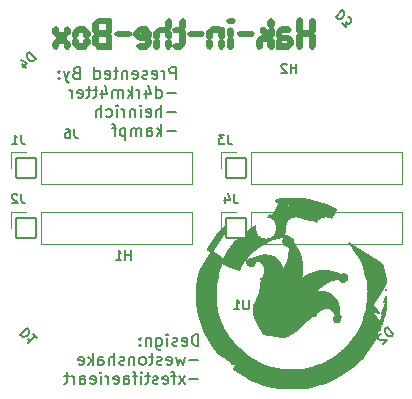
<source format=gbo>
%TF.GenerationSoftware,KiCad,Pcbnew,(6.0.7)*%
%TF.CreationDate,2022-09-30T15:50:05-07:00*%
%TF.ProjectId,companion,636f6d70-616e-4696-9f6e-2e6b69636164,rev?*%
%TF.SameCoordinates,Original*%
%TF.FileFunction,Legend,Bot*%
%TF.FilePolarity,Positive*%
%FSLAX46Y46*%
G04 Gerber Fmt 4.6, Leading zero omitted, Abs format (unit mm)*
G04 Created by KiCad (PCBNEW (6.0.7)) date 2022-09-30 15:50:05*
%MOMM*%
%LPD*%
G01*
G04 APERTURE LIST*
G04 Aperture macros list*
%AMRoundRect*
0 Rectangle with rounded corners*
0 $1 Rounding radius*
0 $2 $3 $4 $5 $6 $7 $8 $9 X,Y pos of 4 corners*
0 Add a 4 corners polygon primitive as box body*
4,1,4,$2,$3,$4,$5,$6,$7,$8,$9,$2,$3,0*
0 Add four circle primitives for the rounded corners*
1,1,$1+$1,$2,$3*
1,1,$1+$1,$4,$5*
1,1,$1+$1,$6,$7*
1,1,$1+$1,$8,$9*
0 Add four rect primitives between the rounded corners*
20,1,$1+$1,$2,$3,$4,$5,0*
20,1,$1+$1,$4,$5,$6,$7,0*
20,1,$1+$1,$6,$7,$8,$9,0*
20,1,$1+$1,$8,$9,$2,$3,0*%
G04 Aperture macros list end*
%ADD10C,0.200000*%
%ADD11C,0.150000*%
%ADD12C,0.120000*%
%ADD13C,4.800000*%
%ADD14RoundRect,0.050000X-0.850000X0.850000X-0.850000X-0.850000X0.850000X-0.850000X0.850000X0.850000X0*%
%ADD15O,1.800000X1.800000*%
G04 APERTURE END LIST*
D10*
G36*
X9386528Y-2424410D02*
G01*
X9386524Y-2597087D01*
X9350506Y-2597087D01*
X9185070Y-2424410D01*
X9019634Y-2251732D01*
X9386528Y-2251732D01*
X9386528Y-2424410D01*
G37*
X9386528Y-2424410D02*
X9386524Y-2597087D01*
X9350506Y-2597087D01*
X9185070Y-2424410D01*
X9019634Y-2251732D01*
X9386528Y-2251732D01*
X9386528Y-2424410D01*
G36*
X19757496Y-2347413D02*
G01*
X19863223Y-2443095D01*
X19671771Y-2654645D01*
X19382102Y-2654645D01*
X19276376Y-2558964D01*
X19170648Y-2463283D01*
X19266374Y-2357508D01*
X19362100Y-2251732D01*
X19651769Y-2251732D01*
X19757496Y-2347413D01*
G37*
X19757496Y-2347413D02*
X19863223Y-2443095D01*
X19671771Y-2654645D01*
X19382102Y-2654645D01*
X19276376Y-2558964D01*
X19170648Y-2463283D01*
X19266374Y-2357508D01*
X19362100Y-2251732D01*
X19651769Y-2251732D01*
X19757496Y-2347413D01*
G36*
X9051494Y-2347414D02*
G01*
X9157221Y-2443095D01*
X9061500Y-2548870D01*
X8965770Y-2654646D01*
X8292904Y-2654646D01*
X8292904Y-3249953D01*
X8197643Y-3355213D01*
X8102390Y-3460475D01*
X8042949Y-3460475D01*
X7937689Y-3365215D01*
X7832428Y-3269955D01*
X7832479Y-2976691D01*
X7832531Y-2683426D01*
X8055038Y-2467580D01*
X8277544Y-2251733D01*
X8945768Y-2251733D01*
X9051494Y-2347414D01*
G37*
X9051494Y-2347414D02*
X9157221Y-2443095D01*
X9061500Y-2548870D01*
X8965770Y-2654646D01*
X8292904Y-2654646D01*
X8292904Y-3249953D01*
X8197643Y-3355213D01*
X8102390Y-3460475D01*
X8042949Y-3460475D01*
X7937689Y-3365215D01*
X7832428Y-3269955D01*
X7832479Y-2976691D01*
X7832531Y-2683426D01*
X8055038Y-2467580D01*
X8277544Y-2251733D01*
X8945768Y-2251733D01*
X9051494Y-2347414D01*
G36*
X25411923Y-2305287D02*
G01*
X25503087Y-2380946D01*
X25503087Y-3287797D01*
X26251357Y-3287797D01*
X26251357Y-2380946D01*
X26426193Y-2235844D01*
X26540231Y-2339048D01*
X26654270Y-2442252D01*
X26654270Y-3254163D01*
X26441131Y-3472437D01*
X26227993Y-3690711D01*
X25526450Y-3690711D01*
X25310723Y-3469786D01*
X25094994Y-3248861D01*
X25111973Y-2799516D01*
X25128952Y-2350170D01*
X25320760Y-2229628D01*
X25411923Y-2305287D01*
G37*
X25411923Y-2305287D02*
X25503087Y-2380946D01*
X25503087Y-3287797D01*
X26251357Y-3287797D01*
X26251357Y-2380946D01*
X26426193Y-2235844D01*
X26540231Y-2339048D01*
X26654270Y-2442252D01*
X26654270Y-3254163D01*
X26441131Y-3472437D01*
X26227993Y-3690711D01*
X25526450Y-3690711D01*
X25310723Y-3469786D01*
X25094994Y-3248861D01*
X25111973Y-2799516D01*
X25128952Y-2350170D01*
X25320760Y-2229628D01*
X25411923Y-2305287D01*
G36*
X20771431Y-3357766D02*
G01*
X21317835Y-3374135D01*
X21378164Y-3470039D01*
X21438493Y-3565944D01*
X21362834Y-3657106D01*
X21287174Y-3748270D01*
X20283047Y-3748270D01*
X20179844Y-3634231D01*
X20076642Y-3520193D01*
X20150835Y-3430795D01*
X20225029Y-3341397D01*
X20771431Y-3357766D01*
G37*
X20771431Y-3357766D02*
X21317835Y-3374135D01*
X21378164Y-3470039D01*
X21438493Y-3565944D01*
X21362834Y-3657106D01*
X21287174Y-3748270D01*
X20283047Y-3748270D01*
X20179844Y-3634231D01*
X20076642Y-3520193D01*
X20150835Y-3430795D01*
X20225029Y-3341397D01*
X20771431Y-3357766D01*
G36*
X11114238Y-3536719D02*
G01*
X11018509Y-3642494D01*
X10922783Y-3748270D01*
X9922401Y-3748270D01*
X9819198Y-3634231D01*
X9716001Y-3520193D01*
X9861101Y-3345357D01*
X10902786Y-3345357D01*
X11114238Y-3536719D01*
G37*
X11114238Y-3536719D02*
X11018509Y-3642494D01*
X10922783Y-3748270D01*
X9922401Y-3748270D01*
X9819198Y-3634231D01*
X9716001Y-3520193D01*
X9861101Y-3345357D01*
X10902786Y-3345357D01*
X11114238Y-3536719D01*
G36*
X17167329Y-3441038D02*
G01*
X17273056Y-3536719D01*
X17177336Y-3642494D01*
X17081607Y-3748270D01*
X16081227Y-3748270D01*
X15978023Y-3634232D01*
X15874820Y-3520193D01*
X16019920Y-3345357D01*
X17061603Y-3345357D01*
X17167329Y-3441038D01*
G37*
X17167329Y-3441038D02*
X17273056Y-3536719D01*
X17177336Y-3642494D01*
X17081607Y-3748270D01*
X16081227Y-3748270D01*
X15978023Y-3634232D01*
X15874820Y-3520193D01*
X16019920Y-3345357D01*
X17061603Y-3345357D01*
X17167329Y-3441038D01*
G36*
X4786401Y-3032954D02*
G01*
X4906131Y-3141308D01*
X4859291Y-3460474D01*
X5472503Y-3460474D01*
X5472503Y-3071656D01*
X5559923Y-2999105D01*
X5647342Y-2926554D01*
X5761381Y-3029758D01*
X5875419Y-3132961D01*
X5875419Y-3426841D01*
X5662281Y-3645114D01*
X5449136Y-3863388D01*
X4881551Y-3863388D01*
X4659044Y-3647542D01*
X4436538Y-3431695D01*
X4436435Y-3132962D01*
X4551555Y-3028781D01*
X4666673Y-2924601D01*
X4786401Y-3032954D01*
G37*
X4786401Y-3032954D02*
X4906131Y-3141308D01*
X4859291Y-3460474D01*
X5472503Y-3460474D01*
X5472503Y-3071656D01*
X5559923Y-2999105D01*
X5647342Y-2926554D01*
X5761381Y-3029758D01*
X5875419Y-3132961D01*
X5875419Y-3426841D01*
X5662281Y-3645114D01*
X5449136Y-3863388D01*
X4881551Y-3863388D01*
X4659044Y-3647542D01*
X4436538Y-3431695D01*
X4436435Y-3132962D01*
X4551555Y-3028781D01*
X4666673Y-2924601D01*
X4786401Y-3032954D01*
G36*
X7297828Y-3184663D02*
G01*
X7544635Y-3426884D01*
X7544635Y-3652867D01*
X7449375Y-3758127D01*
X7354124Y-3863388D01*
X7294683Y-3863388D01*
X7189422Y-3768128D01*
X7084162Y-3672869D01*
X7084162Y-3402915D01*
X6519356Y-3402915D01*
X6573757Y-3610978D01*
X6460315Y-3751073D01*
X6346872Y-3891167D01*
X6226265Y-3782018D01*
X6105653Y-3672869D01*
X6105653Y-3426884D01*
X6352459Y-3184663D01*
X6599264Y-2942442D01*
X7051023Y-2942442D01*
X7297828Y-3184663D01*
G37*
X7297828Y-3184663D02*
X7544635Y-3426884D01*
X7544635Y-3652867D01*
X7449375Y-3758127D01*
X7354124Y-3863388D01*
X7294683Y-3863388D01*
X7189422Y-3768128D01*
X7084162Y-3672869D01*
X7084162Y-3402915D01*
X6519356Y-3402915D01*
X6573757Y-3610978D01*
X6460315Y-3751073D01*
X6346872Y-3891167D01*
X6226265Y-3782018D01*
X6105653Y-3672869D01*
X6105653Y-3426884D01*
X6352459Y-3184663D01*
X6599264Y-2942442D01*
X7051023Y-2942442D01*
X7297828Y-3184663D01*
G36*
X18934149Y-3015648D02*
G01*
X18934149Y-3775935D01*
X18842487Y-3877221D01*
X18750825Y-3978506D01*
X18660077Y-3978506D01*
X18570474Y-3850581D01*
X18480872Y-3722655D01*
X18480872Y-3402915D01*
X17905280Y-3402915D01*
X17905280Y-3767985D01*
X17713917Y-3979438D01*
X17608142Y-3883713D01*
X17502366Y-3787987D01*
X17502366Y-3369399D01*
X17734548Y-3155920D01*
X17966731Y-2942442D01*
X18233748Y-2942442D01*
X18934149Y-3015648D01*
G37*
X18934149Y-3015648D02*
X18934149Y-3775935D01*
X18842487Y-3877221D01*
X18750825Y-3978506D01*
X18660077Y-3978506D01*
X18570474Y-3850581D01*
X18480872Y-3722655D01*
X18480872Y-3402915D01*
X17905280Y-3402915D01*
X17905280Y-3767985D01*
X17713917Y-3979438D01*
X17608142Y-3883713D01*
X17502366Y-3787987D01*
X17502366Y-3369399D01*
X17734548Y-3155920D01*
X17966731Y-2942442D01*
X18233748Y-2942442D01*
X18934149Y-3015648D01*
G36*
X14346567Y-2347078D02*
G01*
X14451731Y-2442252D01*
X14451731Y-2982159D01*
X14335720Y-3087148D01*
X14219708Y-3192137D01*
X14335720Y-3315625D01*
X14451731Y-3439114D01*
X14451731Y-3767985D01*
X14355664Y-3874139D01*
X14259596Y-3980293D01*
X13991258Y-3728203D01*
X13991258Y-3402915D01*
X13415666Y-3402915D01*
X13415666Y-3767985D01*
X13224306Y-3979438D01*
X13118531Y-3883712D01*
X13012755Y-3787986D01*
X13012755Y-3436547D01*
X13225894Y-3218274D01*
X13439031Y-3000000D01*
X13991259Y-3000000D01*
X13991259Y-2518167D01*
X14116330Y-2385035D01*
X14241400Y-2251904D01*
X14346567Y-2347078D01*
G37*
X14346567Y-2347078D02*
X14451731Y-2442252D01*
X14451731Y-2982159D01*
X14335720Y-3087148D01*
X14219708Y-3192137D01*
X14335720Y-3315625D01*
X14451731Y-3439114D01*
X14451731Y-3767985D01*
X14355664Y-3874139D01*
X14259596Y-3980293D01*
X13991258Y-3728203D01*
X13991258Y-3402915D01*
X13415666Y-3402915D01*
X13415666Y-3767985D01*
X13224306Y-3979438D01*
X13118531Y-3883712D01*
X13012755Y-3787986D01*
X13012755Y-3436547D01*
X13225894Y-3218274D01*
X13439031Y-3000000D01*
X13991259Y-3000000D01*
X13991259Y-2518167D01*
X14116330Y-2385035D01*
X14241400Y-2251904D01*
X14346567Y-2347078D01*
G36*
X15555307Y-2347078D02*
G01*
X15660474Y-2442252D01*
X15660474Y-2982158D01*
X15545324Y-3086367D01*
X15430175Y-3190576D01*
X15545323Y-3271230D01*
X15660474Y-3351883D01*
X15660474Y-4347787D01*
X15447335Y-4566061D01*
X15234194Y-4784332D01*
X14834921Y-4784332D01*
X14623467Y-4592970D01*
X14719187Y-4487194D01*
X14814917Y-4381419D01*
X15199989Y-4381419D01*
X15199989Y-3409532D01*
X14722461Y-3374134D01*
X14662382Y-3278230D01*
X14602302Y-3182326D01*
X14753622Y-3000000D01*
X15200000Y-3000000D01*
X15200000Y-2518167D01*
X15325070Y-2385035D01*
X15450141Y-2251904D01*
X15555307Y-2347078D01*
G37*
X15555307Y-2347078D02*
X15660474Y-2442252D01*
X15660474Y-2982158D01*
X15545324Y-3086367D01*
X15430175Y-3190576D01*
X15545323Y-3271230D01*
X15660474Y-3351883D01*
X15660474Y-4347787D01*
X15447335Y-4566061D01*
X15234194Y-4784332D01*
X14834921Y-4784332D01*
X14623467Y-4592970D01*
X14719187Y-4487194D01*
X14814917Y-4381419D01*
X15199989Y-4381419D01*
X15199989Y-3409532D01*
X14722461Y-3374134D01*
X14662382Y-3278230D01*
X14602302Y-3182326D01*
X14753622Y-3000000D01*
X15200000Y-3000000D01*
X15200000Y-2518167D01*
X15325070Y-2385035D01*
X15450141Y-2251904D01*
X15555307Y-2347078D01*
G36*
X13324506Y-4089620D02*
G01*
X13415665Y-4165279D01*
X13415665Y-4646192D01*
X13346595Y-4715263D01*
X13277535Y-4784333D01*
X13141976Y-4784333D01*
X13073856Y-4702248D01*
X13005727Y-4620163D01*
X13041547Y-4134127D01*
X13233346Y-4013961D01*
X13324506Y-4089620D01*
G37*
X13324506Y-4089620D02*
X13415665Y-4165279D01*
X13415665Y-4646192D01*
X13346595Y-4715263D01*
X13277535Y-4784333D01*
X13141976Y-4784333D01*
X13073856Y-4702248D01*
X13005727Y-4620163D01*
X13041547Y-4134127D01*
X13233346Y-4013961D01*
X13324506Y-4089620D01*
G36*
X19689614Y-3190520D02*
G01*
X19689614Y-3652867D01*
X19594354Y-3758127D01*
X19499094Y-3863388D01*
X19594354Y-3968649D01*
X19689613Y-4073910D01*
X19689613Y-4646192D01*
X19620542Y-4715263D01*
X19551471Y-4784333D01*
X19424841Y-4784333D01*
X19286699Y-4646191D01*
X19286699Y-4073908D01*
X19381959Y-3968648D01*
X19477219Y-3863387D01*
X19381959Y-3758126D01*
X19286699Y-3652866D01*
X19286699Y-3210522D01*
X19382380Y-3104795D01*
X19478062Y-2999068D01*
X19689614Y-3190520D01*
G37*
X19689614Y-3190520D02*
X19689614Y-3652867D01*
X19594354Y-3758127D01*
X19499094Y-3863388D01*
X19594354Y-3968649D01*
X19689613Y-4073910D01*
X19689613Y-4646192D01*
X19620542Y-4715263D01*
X19551471Y-4784333D01*
X19424841Y-4784333D01*
X19286699Y-4646191D01*
X19286699Y-4073908D01*
X19381959Y-3968648D01*
X19477219Y-3863387D01*
X19381959Y-3758126D01*
X19286699Y-3652866D01*
X19286699Y-3210522D01*
X19382380Y-3104795D01*
X19478062Y-2999068D01*
X19689614Y-3190520D01*
G36*
X12133881Y-3535705D02*
G01*
X12133888Y-3535711D01*
X12235711Y-3562245D01*
X11890357Y-3566505D01*
X11961207Y-3537838D01*
X12032058Y-3509171D01*
X12133881Y-3535705D01*
G37*
X12133881Y-3535705D02*
X12133888Y-3535711D01*
X12235711Y-3562245D01*
X11890357Y-3566505D01*
X11961207Y-3537838D01*
X12032058Y-3509171D01*
X12133881Y-3535705D01*
G36*
X12550493Y-3901489D02*
G01*
X12666505Y-4006478D01*
X12782516Y-4111466D01*
X12782516Y-4347787D01*
X12569378Y-4566061D01*
X12356239Y-4784334D01*
X11784290Y-4784334D01*
X11572836Y-4592972D01*
X11764295Y-4381421D01*
X12350825Y-4381421D01*
X12350825Y-4093625D01*
X11780087Y-4093625D01*
X11561813Y-3880486D01*
X11367466Y-3690711D01*
X11746452Y-3690711D01*
X12322043Y-3690711D01*
X12322043Y-3402915D01*
X11746452Y-3402915D01*
X11746452Y-3690711D01*
X11367466Y-3690711D01*
X11343540Y-3667348D01*
X11344255Y-3549521D01*
X11344974Y-3431695D01*
X11572182Y-3187068D01*
X11799392Y-2942442D01*
X12288906Y-2942442D01*
X12782516Y-3426884D01*
X12782516Y-3654512D01*
X12748509Y-3690711D01*
X12666505Y-3778000D01*
X12550493Y-3901489D01*
G37*
X12550493Y-3901489D02*
X12666505Y-4006478D01*
X12782516Y-4111466D01*
X12782516Y-4347787D01*
X12569378Y-4566061D01*
X12356239Y-4784334D01*
X11784290Y-4784334D01*
X11572836Y-4592972D01*
X11764295Y-4381421D01*
X12350825Y-4381421D01*
X12350825Y-4093625D01*
X11780087Y-4093625D01*
X11561813Y-3880486D01*
X11367466Y-3690711D01*
X11746452Y-3690711D01*
X12322043Y-3690711D01*
X12322043Y-3402915D01*
X11746452Y-3402915D01*
X11746452Y-3690711D01*
X11367466Y-3690711D01*
X11343540Y-3667348D01*
X11344255Y-3549521D01*
X11344974Y-3431695D01*
X11572182Y-3187068D01*
X11799392Y-2942442D01*
X12288906Y-2942442D01*
X12782516Y-3426884D01*
X12782516Y-3654512D01*
X12748509Y-3690711D01*
X12666505Y-3778000D01*
X12550493Y-3901489D01*
G36*
X26548494Y-3612826D02*
G01*
X26654270Y-3708552D01*
X26654270Y-4573813D01*
X26559010Y-4679073D01*
X26463751Y-4784334D01*
X26389499Y-4784334D01*
X26251357Y-4646192D01*
X26251357Y-3728554D01*
X26442719Y-3517100D01*
X26548494Y-3612826D01*
G37*
X26548494Y-3612826D02*
X26654270Y-3708552D01*
X26654270Y-4573813D01*
X26559010Y-4679073D01*
X26463751Y-4784334D01*
X26389499Y-4784334D01*
X26251357Y-4646192D01*
X26251357Y-3728554D01*
X26442719Y-3517100D01*
X26548494Y-3612826D01*
G36*
X24386100Y-4784334D02*
G01*
X23377737Y-4784334D01*
X23381438Y-4381420D01*
X23776313Y-4381420D01*
X24351904Y-4381420D01*
X24351904Y-4093625D01*
X23776313Y-4093625D01*
X23776313Y-4381420D01*
X23381438Y-4381420D01*
X23383817Y-4122404D01*
X23494620Y-4002625D01*
X23605422Y-3882846D01*
X23489411Y-3777857D01*
X23373399Y-3672869D01*
X23373399Y-3369399D01*
X23605581Y-3155920D01*
X23837763Y-2942442D01*
X24315705Y-2942442D01*
X24448837Y-3067513D01*
X24581969Y-3192583D01*
X24486795Y-3297749D01*
X24391622Y-3402915D01*
X23776313Y-3402915D01*
X23776313Y-3690711D01*
X24375830Y-3690711D01*
X24594104Y-3903849D01*
X24812377Y-4116988D01*
X24812377Y-4347787D01*
X24779535Y-4381420D01*
X24599239Y-4566061D01*
X24386100Y-4784334D01*
G37*
X24386100Y-4784334D02*
X23377737Y-4784334D01*
X23381438Y-4381420D01*
X23776313Y-4381420D01*
X24351904Y-4381420D01*
X24351904Y-4093625D01*
X23776313Y-4093625D01*
X23776313Y-4381420D01*
X23381438Y-4381420D01*
X23383817Y-4122404D01*
X23494620Y-4002625D01*
X23605422Y-3882846D01*
X23489411Y-3777857D01*
X23373399Y-3672869D01*
X23373399Y-3369399D01*
X23605581Y-3155920D01*
X23837763Y-2942442D01*
X24315705Y-2942442D01*
X24448837Y-3067513D01*
X24581969Y-3192583D01*
X24486795Y-3297749D01*
X24391622Y-3402915D01*
X23776313Y-3402915D01*
X23776313Y-3690711D01*
X24375830Y-3690711D01*
X24594104Y-3903849D01*
X24812377Y-4116988D01*
X24812377Y-4347787D01*
X24779535Y-4381420D01*
X24599239Y-4566061D01*
X24386100Y-4784334D01*
G36*
X7424024Y-4002317D02*
G01*
X7544634Y-4111466D01*
X7544634Y-4347787D01*
X7331497Y-4566061D01*
X7118356Y-4784334D01*
X6542204Y-4784334D01*
X6323929Y-4571196D01*
X6105652Y-4358057D01*
X6105652Y-4111466D01*
X6226259Y-4002317D01*
X6346868Y-3893168D01*
X6460310Y-4033262D01*
X6573751Y-4173357D01*
X6546550Y-4277389D01*
X6519350Y-4381420D01*
X7130945Y-4381420D01*
X7103744Y-4277389D01*
X7076534Y-4173357D01*
X7303417Y-3893168D01*
X7424024Y-4002317D01*
G37*
X7424024Y-4002317D02*
X7544634Y-4111466D01*
X7544634Y-4347787D01*
X7331497Y-4566061D01*
X7118356Y-4784334D01*
X6542204Y-4784334D01*
X6323929Y-4571196D01*
X6105652Y-4358057D01*
X6105652Y-4111466D01*
X6226259Y-4002317D01*
X6346868Y-3893168D01*
X6460310Y-4033262D01*
X6573751Y-4173357D01*
X6546550Y-4277389D01*
X6519350Y-4381420D01*
X7130945Y-4381420D01*
X7103744Y-4277389D01*
X7076534Y-4173357D01*
X7303417Y-3893168D01*
X7424024Y-4002317D01*
G36*
X8177780Y-3661931D02*
G01*
X8292898Y-3766112D01*
X8292898Y-4381422D01*
X8945766Y-4381422D01*
X9051492Y-4477103D01*
X9157219Y-4572784D01*
X9061498Y-4678559D01*
X8965770Y-4784334D01*
X8277540Y-4784334D01*
X8055034Y-4568487D01*
X7832527Y-4352641D01*
X7832475Y-4059376D01*
X7832424Y-3766112D01*
X7947542Y-3661931D01*
X8062662Y-3557751D01*
X8177780Y-3661931D01*
G37*
X8177780Y-3661931D02*
X8292898Y-3766112D01*
X8292898Y-4381422D01*
X8945766Y-4381422D01*
X9051492Y-4477103D01*
X9157219Y-4572784D01*
X9061498Y-4678559D01*
X8965770Y-4784334D01*
X8277540Y-4784334D01*
X8055034Y-4568487D01*
X7832527Y-4352641D01*
X7832475Y-4059376D01*
X7832424Y-3766112D01*
X7947542Y-3661931D01*
X8062662Y-3557751D01*
X8177780Y-3661931D01*
G36*
X25503087Y-3708552D02*
G01*
X25503087Y-4646192D01*
X25434016Y-4715263D01*
X25364945Y-4784335D01*
X25310696Y-4784335D01*
X25100174Y-4593815D01*
X25100174Y-3728554D01*
X25291536Y-3517100D01*
X25503087Y-3708552D01*
G37*
X25503087Y-3708552D02*
X25503087Y-4646192D01*
X25434016Y-4715263D01*
X25364945Y-4784335D01*
X25310696Y-4784335D01*
X25100174Y-4593815D01*
X25100174Y-3728554D01*
X25291536Y-3517100D01*
X25503087Y-3708552D01*
G36*
X9386566Y-2672489D02*
G01*
X9386566Y-3338829D01*
X9258640Y-3428431D01*
X9130714Y-3518034D01*
X9258257Y-3607367D01*
X9385797Y-3696700D01*
X9381397Y-4240517D01*
X9381399Y-4240517D01*
X9377035Y-4784335D01*
X9023361Y-4784335D01*
X9119091Y-4678559D01*
X9214821Y-4572784D01*
X8983654Y-4363579D01*
X8983654Y-3748270D01*
X8310787Y-3748270D01*
X8206606Y-3633152D01*
X8102424Y-3518034D01*
X8210663Y-3398456D01*
X8318878Y-3278879D01*
X8651380Y-3297727D01*
X8983883Y-3316576D01*
X8983768Y-3004533D01*
X8983654Y-2692490D01*
X9079334Y-2586764D01*
X9175014Y-2481037D01*
X9386566Y-2672489D01*
G37*
X9386566Y-2672489D02*
X9386566Y-3338829D01*
X9258640Y-3428431D01*
X9130714Y-3518034D01*
X9258257Y-3607367D01*
X9385797Y-3696700D01*
X9381397Y-4240517D01*
X9381399Y-4240517D01*
X9377035Y-4784335D01*
X9023361Y-4784335D01*
X9119091Y-4678559D01*
X9214821Y-4572784D01*
X8983654Y-4363579D01*
X8983654Y-3748270D01*
X8310787Y-3748270D01*
X8206606Y-3633152D01*
X8102424Y-3518034D01*
X8210663Y-3398456D01*
X8318878Y-3278879D01*
X8651380Y-3297727D01*
X8983883Y-3316576D01*
X8983768Y-3004533D01*
X8983654Y-2692490D01*
X9079334Y-2586764D01*
X9175014Y-2481037D01*
X9386566Y-2672489D01*
G36*
X14336613Y-4122404D02*
G01*
X14451731Y-4226585D01*
X14451731Y-4573813D01*
X14356472Y-4679073D01*
X14261221Y-4784335D01*
X14201780Y-4784335D01*
X13991258Y-4593815D01*
X13991258Y-4226585D01*
X14106377Y-4122404D01*
X14221495Y-4018224D01*
X14336613Y-4122404D01*
G37*
X14336613Y-4122404D02*
X14451731Y-4226585D01*
X14451731Y-4573813D01*
X14356472Y-4679073D01*
X14261221Y-4784335D01*
X14201780Y-4784335D01*
X13991258Y-4593815D01*
X13991258Y-4226585D01*
X14106377Y-4122404D01*
X14221495Y-4018224D01*
X14336613Y-4122404D01*
G36*
X18826226Y-4122404D02*
G01*
X18941345Y-4226585D01*
X18941345Y-4573813D01*
X18846085Y-4679073D01*
X18750825Y-4784335D01*
X18691394Y-4784335D01*
X18480872Y-4593815D01*
X18480872Y-4226585D01*
X18595990Y-4122404D01*
X18711108Y-4018224D01*
X18826226Y-4122404D01*
G37*
X18826226Y-4122404D02*
X18941345Y-4226585D01*
X18941345Y-4573813D01*
X18846085Y-4679073D01*
X18750825Y-4784335D01*
X18691394Y-4784335D01*
X18480872Y-4593815D01*
X18480872Y-4226585D01*
X18595990Y-4122404D01*
X18711108Y-4018224D01*
X18826226Y-4122404D01*
G36*
X17876501Y-4134058D02*
G01*
X17894702Y-4349722D01*
X17912903Y-4565385D01*
X17813410Y-4675324D01*
X17713917Y-4785266D01*
X17608142Y-4689540D01*
X17502367Y-4593815D01*
X17502367Y-4165274D01*
X17593530Y-4089615D01*
X17684694Y-4013956D01*
X17876501Y-4134058D01*
G37*
X17876501Y-4134058D02*
X17894702Y-4349722D01*
X17912903Y-4565385D01*
X17813410Y-4675324D01*
X17713917Y-4785266D01*
X17608142Y-4689540D01*
X17502367Y-4593815D01*
X17502367Y-4165274D01*
X17593530Y-4089615D01*
X17684694Y-4013956D01*
X17876501Y-4134058D01*
G36*
X23022554Y-2333102D02*
G01*
X23143162Y-2442252D01*
X23143162Y-2789480D01*
X22952642Y-3000001D01*
X23047902Y-3105262D01*
X23143162Y-3210522D01*
X23143162Y-3654512D01*
X23027151Y-3778000D01*
X22911139Y-3901489D01*
X23027151Y-4006478D01*
X23143162Y-4111466D01*
X23143162Y-4646192D01*
X23074091Y-4715263D01*
X23005020Y-4784335D01*
X22893211Y-4784335D01*
X22682689Y-4593815D01*
X22682689Y-4151184D01*
X22107098Y-4151184D01*
X22107098Y-4655120D01*
X22019679Y-4727671D01*
X21932261Y-4800222D01*
X21704184Y-4593815D01*
X21704184Y-4127258D01*
X21917322Y-3908984D01*
X22130460Y-3690711D01*
X22358872Y-3690711D01*
X22204205Y-3529273D01*
X22049539Y-3367836D01*
X22049539Y-3057560D01*
X22374827Y-3057560D01*
X22506215Y-3197417D01*
X22637603Y-3337273D01*
X22771001Y-3183027D01*
X22904398Y-3028781D01*
X22793544Y-2909953D01*
X22682689Y-2791125D01*
X22682689Y-2494722D01*
X22792317Y-2359337D01*
X22901945Y-2223953D01*
X23022554Y-2333102D01*
G37*
X23022554Y-2333102D02*
X23143162Y-2442252D01*
X23143162Y-2789480D01*
X22952642Y-3000001D01*
X23047902Y-3105262D01*
X23143162Y-3210522D01*
X23143162Y-3654512D01*
X23027151Y-3778000D01*
X22911139Y-3901489D01*
X23027151Y-4006478D01*
X23143162Y-4111466D01*
X23143162Y-4646192D01*
X23074091Y-4715263D01*
X23005020Y-4784335D01*
X22893211Y-4784335D01*
X22682689Y-4593815D01*
X22682689Y-4151184D01*
X22107098Y-4151184D01*
X22107098Y-4655120D01*
X22019679Y-4727671D01*
X21932261Y-4800222D01*
X21704184Y-4593815D01*
X21704184Y-4127258D01*
X21917322Y-3908984D01*
X22130460Y-3690711D01*
X22358872Y-3690711D01*
X22204205Y-3529273D01*
X22049539Y-3367836D01*
X22049539Y-3057560D01*
X22374827Y-3057560D01*
X22506215Y-3197417D01*
X22637603Y-3337273D01*
X22771001Y-3183027D01*
X22904398Y-3028781D01*
X22793544Y-2909953D01*
X22682689Y-2791125D01*
X22682689Y-2494722D01*
X22792317Y-2359337D01*
X22901945Y-2223953D01*
X23022554Y-2333102D01*
G36*
X5657146Y-4134085D02*
G01*
X5875419Y-4347224D01*
X5875419Y-4573813D01*
X5780159Y-4679073D01*
X5684908Y-4784334D01*
X5610647Y-4784334D01*
X5472505Y-4646192D01*
X5472505Y-4323861D01*
X4896913Y-4323861D01*
X4896913Y-4593815D01*
X4781795Y-4697995D01*
X4666677Y-4802176D01*
X4551559Y-4697995D01*
X4436441Y-4593815D01*
X4436493Y-4473228D01*
X4436544Y-4352640D01*
X4659050Y-4136794D01*
X4881557Y-3920947D01*
X5438873Y-3920947D01*
X5657146Y-4134085D01*
G37*
X5657146Y-4134085D02*
X5875419Y-4347224D01*
X5875419Y-4573813D01*
X5780159Y-4679073D01*
X5684908Y-4784334D01*
X5610647Y-4784334D01*
X5472505Y-4646192D01*
X5472505Y-4323861D01*
X4896913Y-4323861D01*
X4896913Y-4593815D01*
X4781795Y-4697995D01*
X4666677Y-4802176D01*
X4551559Y-4697995D01*
X4436441Y-4593815D01*
X4436493Y-4473228D01*
X4436544Y-4352640D01*
X4659050Y-4136794D01*
X4881557Y-3920947D01*
X5438873Y-3920947D01*
X5657146Y-4134085D01*
G36*
X24588729Y-19428145D02*
G01*
X24588729Y-19462863D01*
X24571586Y-19461063D01*
X24554444Y-19459263D01*
X24525873Y-19447734D01*
X24525873Y-19447725D01*
X24497301Y-19436196D01*
X24497301Y-19371047D01*
X24588729Y-19428145D01*
G37*
X24588729Y-19428145D02*
X24588729Y-19462863D01*
X24571586Y-19461063D01*
X24554444Y-19459263D01*
X24525873Y-19447734D01*
X24525873Y-19447725D01*
X24497301Y-19436196D01*
X24497301Y-19371047D01*
X24588729Y-19428145D01*
G36*
X24498911Y-19508585D02*
G01*
X24451588Y-19508585D01*
X24451587Y-19476196D01*
X24451587Y-19443815D01*
X24423015Y-19432286D01*
X24394444Y-19420757D01*
X24449979Y-19417157D01*
X24498911Y-19508585D01*
G37*
X24498911Y-19508585D02*
X24451588Y-19508585D01*
X24451587Y-19476196D01*
X24451587Y-19443815D01*
X24423015Y-19432286D01*
X24394444Y-19420757D01*
X24449979Y-19417157D01*
X24498911Y-19508585D01*
G36*
X24500000Y-19600000D02*
G01*
X24470080Y-19600312D01*
X24440159Y-19600624D01*
X24385670Y-19615206D01*
X24331180Y-19629789D01*
X24341837Y-19597752D01*
X24341837Y-19597758D01*
X24352494Y-19565720D01*
X24475946Y-19561080D01*
X24500000Y-19600000D01*
G37*
X24500000Y-19600000D02*
X24470080Y-19600312D01*
X24440159Y-19600624D01*
X24385670Y-19615206D01*
X24331180Y-19629789D01*
X24341837Y-19597752D01*
X24341837Y-19597758D01*
X24352494Y-19565720D01*
X24475946Y-19561080D01*
X24500000Y-19600000D01*
G36*
X24323580Y-19756296D02*
G01*
X24336787Y-19777664D01*
X24245873Y-19801438D01*
X24245872Y-19794950D01*
X24245872Y-19788460D01*
X24310374Y-19734928D01*
X24323580Y-19756296D01*
G37*
X24323580Y-19756296D02*
X24336787Y-19777664D01*
X24245873Y-19801438D01*
X24245872Y-19794950D01*
X24245872Y-19788460D01*
X24310374Y-19734928D01*
X24323580Y-19756296D01*
G36*
X24348730Y-20033591D02*
G01*
X24303016Y-20033591D01*
X24234444Y-19989277D01*
X24280158Y-19989277D01*
X24348730Y-20033591D01*
G37*
X24348730Y-20033591D02*
X24303016Y-20033591D01*
X24234444Y-19989277D01*
X24280158Y-19989277D01*
X24348730Y-20033591D01*
G36*
X24083876Y-20264328D02*
G01*
X24058124Y-20331436D01*
X24040158Y-20331436D01*
X24040158Y-20237308D01*
X24083876Y-20264328D01*
G37*
X24083876Y-20264328D02*
X24058124Y-20331436D01*
X24040158Y-20331436D01*
X24040158Y-20237308D01*
X24083876Y-20264328D01*
G36*
X32679813Y-25182863D02*
G01*
X32680162Y-25245720D01*
X32634443Y-25245720D01*
X32634793Y-25217149D01*
X32634794Y-25217149D01*
X32635144Y-25188578D01*
X32657303Y-25154292D01*
X32679463Y-25120006D01*
X32679813Y-25182863D01*
G37*
X32679813Y-25182863D02*
X32680162Y-25245720D01*
X32634443Y-25245720D01*
X32634793Y-25217149D01*
X32634794Y-25217149D01*
X32635144Y-25188578D01*
X32657303Y-25154292D01*
X32679463Y-25120006D01*
X32679813Y-25182863D01*
G36*
X24610187Y-20747262D02*
G01*
X24751802Y-20959996D01*
X24738822Y-21234282D01*
X24935579Y-21439996D01*
X25141767Y-21752066D01*
X25251420Y-21984603D01*
X25361074Y-22217139D01*
X25419538Y-22445711D01*
X25478003Y-22674282D01*
X25516158Y-22937140D01*
X25554313Y-23199997D01*
X25530391Y-23839997D01*
X25418115Y-24205711D01*
X25356664Y-24340136D01*
X25295214Y-24474562D01*
X25404825Y-24383136D01*
X25514432Y-24291698D01*
X25867284Y-24061914D01*
X26080901Y-23957307D01*
X26294519Y-23852700D01*
X26568014Y-23761258D01*
X26841508Y-23669817D01*
X27000828Y-23646793D01*
X27160147Y-23623768D01*
X27388718Y-23623762D01*
X27617290Y-23623756D01*
X28115110Y-23690007D01*
X28323342Y-23749244D01*
X28531576Y-23808481D01*
X28684916Y-23884200D01*
X28838257Y-23959919D01*
X28879207Y-23932002D01*
X28920147Y-23904085D01*
X29071568Y-23874866D01*
X29144438Y-23907650D01*
X29217298Y-23940434D01*
X29301559Y-24008162D01*
X29330639Y-24092754D01*
X29359720Y-24177345D01*
X29322559Y-24342863D01*
X29164459Y-24488093D01*
X29082299Y-24510779D01*
X29000139Y-24533464D01*
X28924158Y-24512484D01*
X28848178Y-24491504D01*
X28751758Y-24388578D01*
X28726968Y-24323138D01*
X28702168Y-24257699D01*
X28571156Y-24273123D01*
X28440143Y-24288546D01*
X28268714Y-24335527D01*
X28097287Y-24382507D01*
X27873680Y-24480785D01*
X27650075Y-24579064D01*
X27476863Y-24687021D01*
X27303652Y-24794979D01*
X27129040Y-24933283D01*
X26954429Y-25071588D01*
X26823000Y-25196419D01*
X26691573Y-25321250D01*
X26691573Y-25351927D01*
X27365857Y-25351333D01*
X27754430Y-25479662D01*
X27891573Y-25548507D01*
X28028715Y-25617352D01*
X28357249Y-25950434D01*
X28460184Y-26163790D01*
X28563121Y-26377146D01*
X28603462Y-26525717D01*
X28643802Y-26674288D01*
X28644802Y-27026268D01*
X28645803Y-27378248D01*
X28800083Y-27532566D01*
X28789052Y-27647352D01*
X28778022Y-27762139D01*
X28651862Y-27893819D01*
X28584063Y-27921899D01*
X28516263Y-27949979D01*
X28433223Y-27929269D01*
X28350193Y-27908559D01*
X28295964Y-27828559D01*
X28241723Y-27748559D01*
X28251724Y-27641287D01*
X28261724Y-27534015D01*
X28305204Y-27472366D01*
X28348684Y-27410718D01*
X28369994Y-27381909D01*
X28391303Y-27353099D01*
X28312850Y-27223221D01*
X28234400Y-27093339D01*
X28122458Y-26978175D01*
X28010517Y-26863011D01*
X27811497Y-26774975D01*
X27592560Y-26749045D01*
X27456336Y-26776878D01*
X27320114Y-26804710D01*
X26964116Y-26988833D01*
X26736084Y-27193853D01*
X26677282Y-27294193D01*
X26618479Y-27394533D01*
X26497259Y-27421240D01*
X26360117Y-27463228D01*
X26231614Y-27560182D01*
X26103111Y-27657131D01*
X25902974Y-27833172D01*
X25020360Y-28697208D01*
X24886672Y-28787997D01*
X24752985Y-28878787D01*
X24547054Y-28982040D01*
X24341122Y-29085292D01*
X24207763Y-29121222D01*
X24074403Y-29157151D01*
X23731546Y-29175151D01*
X23468689Y-29131131D01*
X23468729Y-29131195D01*
X23205872Y-29087175D01*
X22874444Y-29049456D01*
X22543015Y-29011736D01*
X22423568Y-28967296D01*
X22304120Y-28922855D01*
X22138700Y-28731436D01*
X21891010Y-28228579D01*
X21643320Y-27725721D01*
X21594970Y-27602200D01*
X21546620Y-27478677D01*
X21490740Y-27259342D01*
X21434860Y-27040008D01*
X21435135Y-26788579D01*
X21501303Y-26507997D01*
X21556976Y-26385429D01*
X21612648Y-26262863D01*
X21895584Y-25622863D01*
X21951290Y-25457184D01*
X22006995Y-25291504D01*
X22041275Y-25068613D01*
X22075556Y-24845720D01*
X22101512Y-24667966D01*
X22127468Y-24490211D01*
X22076980Y-24325707D01*
X22179660Y-24220065D01*
X22282339Y-24114422D01*
X22344113Y-23988643D01*
X22405872Y-23862863D01*
X22403169Y-23600006D01*
X22400467Y-23337149D01*
X22348226Y-23200714D01*
X22295985Y-23064280D01*
X22063015Y-22834292D01*
X21948730Y-22794531D01*
X21834444Y-22754771D01*
X21697302Y-22747831D01*
X21528748Y-22754292D01*
X21553910Y-22909344D01*
X21499966Y-23072796D01*
X21432247Y-23129777D01*
X21364529Y-23186759D01*
X21210555Y-23215645D01*
X21105968Y-23169381D01*
X21001380Y-23123117D01*
X20908904Y-22971435D01*
X20908812Y-22872105D01*
X20908721Y-22772774D01*
X20983489Y-22646202D01*
X21119075Y-22566110D01*
X21213898Y-22567520D01*
X21308720Y-22568930D01*
X21697292Y-22414832D01*
X22085864Y-22323664D01*
X22451578Y-22273856D01*
X22657292Y-22299486D01*
X22794434Y-22317967D01*
X22897292Y-22353790D01*
X23000149Y-22389615D01*
X23137291Y-22459824D01*
X23274434Y-22530032D01*
X23432973Y-22659539D01*
X23591513Y-22789045D01*
X23686236Y-22927462D01*
X23780960Y-23065879D01*
X23868956Y-23333396D01*
X23956952Y-23600912D01*
X23973256Y-23583314D01*
X23989560Y-23565715D01*
X24105064Y-23302858D01*
X24220568Y-23040002D01*
X24312474Y-22754287D01*
X24404379Y-22468573D01*
X24439068Y-22320002D01*
X24473757Y-22171430D01*
X24474095Y-21935837D01*
X24474433Y-21700245D01*
X24450292Y-21604371D01*
X24426152Y-21508497D01*
X24227848Y-21500817D01*
X24089898Y-21429481D01*
X23997036Y-21311425D01*
X23970066Y-21229707D01*
X23943097Y-21147989D01*
X23956760Y-21032623D01*
X23970423Y-20917258D01*
X24098435Y-20759094D01*
X24256577Y-20674282D01*
X24427793Y-20674282D01*
X24610187Y-20747262D01*
G37*
X24610187Y-20747262D02*
X24751802Y-20959996D01*
X24738822Y-21234282D01*
X24935579Y-21439996D01*
X25141767Y-21752066D01*
X25251420Y-21984603D01*
X25361074Y-22217139D01*
X25419538Y-22445711D01*
X25478003Y-22674282D01*
X25516158Y-22937140D01*
X25554313Y-23199997D01*
X25530391Y-23839997D01*
X25418115Y-24205711D01*
X25356664Y-24340136D01*
X25295214Y-24474562D01*
X25404825Y-24383136D01*
X25514432Y-24291698D01*
X25867284Y-24061914D01*
X26080901Y-23957307D01*
X26294519Y-23852700D01*
X26568014Y-23761258D01*
X26841508Y-23669817D01*
X27000828Y-23646793D01*
X27160147Y-23623768D01*
X27388718Y-23623762D01*
X27617290Y-23623756D01*
X28115110Y-23690007D01*
X28323342Y-23749244D01*
X28531576Y-23808481D01*
X28684916Y-23884200D01*
X28838257Y-23959919D01*
X28879207Y-23932002D01*
X28920147Y-23904085D01*
X29071568Y-23874866D01*
X29144438Y-23907650D01*
X29217298Y-23940434D01*
X29301559Y-24008162D01*
X29330639Y-24092754D01*
X29359720Y-24177345D01*
X29322559Y-24342863D01*
X29164459Y-24488093D01*
X29082299Y-24510779D01*
X29000139Y-24533464D01*
X28924158Y-24512484D01*
X28848178Y-24491504D01*
X28751758Y-24388578D01*
X28726968Y-24323138D01*
X28702168Y-24257699D01*
X28571156Y-24273123D01*
X28440143Y-24288546D01*
X28268714Y-24335527D01*
X28097287Y-24382507D01*
X27873680Y-24480785D01*
X27650075Y-24579064D01*
X27476863Y-24687021D01*
X27303652Y-24794979D01*
X27129040Y-24933283D01*
X26954429Y-25071588D01*
X26823000Y-25196419D01*
X26691573Y-25321250D01*
X26691573Y-25351927D01*
X27365857Y-25351333D01*
X27754430Y-25479662D01*
X27891573Y-25548507D01*
X28028715Y-25617352D01*
X28357249Y-25950434D01*
X28460184Y-26163790D01*
X28563121Y-26377146D01*
X28603462Y-26525717D01*
X28643802Y-26674288D01*
X28644802Y-27026268D01*
X28645803Y-27378248D01*
X28800083Y-27532566D01*
X28789052Y-27647352D01*
X28778022Y-27762139D01*
X28651862Y-27893819D01*
X28584063Y-27921899D01*
X28516263Y-27949979D01*
X28433223Y-27929269D01*
X28350193Y-27908559D01*
X28295964Y-27828559D01*
X28241723Y-27748559D01*
X28251724Y-27641287D01*
X28261724Y-27534015D01*
X28305204Y-27472366D01*
X28348684Y-27410718D01*
X28369994Y-27381909D01*
X28391303Y-27353099D01*
X28312850Y-27223221D01*
X28234400Y-27093339D01*
X28122458Y-26978175D01*
X28010517Y-26863011D01*
X27811497Y-26774975D01*
X27592560Y-26749045D01*
X27456336Y-26776878D01*
X27320114Y-26804710D01*
X26964116Y-26988833D01*
X26736084Y-27193853D01*
X26677282Y-27294193D01*
X26618479Y-27394533D01*
X26497259Y-27421240D01*
X26360117Y-27463228D01*
X26231614Y-27560182D01*
X26103111Y-27657131D01*
X25902974Y-27833172D01*
X25020360Y-28697208D01*
X24886672Y-28787997D01*
X24752985Y-28878787D01*
X24547054Y-28982040D01*
X24341122Y-29085292D01*
X24207763Y-29121222D01*
X24074403Y-29157151D01*
X23731546Y-29175151D01*
X23468689Y-29131131D01*
X23468729Y-29131195D01*
X23205872Y-29087175D01*
X22874444Y-29049456D01*
X22543015Y-29011736D01*
X22423568Y-28967296D01*
X22304120Y-28922855D01*
X22138700Y-28731436D01*
X21891010Y-28228579D01*
X21643320Y-27725721D01*
X21594970Y-27602200D01*
X21546620Y-27478677D01*
X21490740Y-27259342D01*
X21434860Y-27040008D01*
X21435135Y-26788579D01*
X21501303Y-26507997D01*
X21556976Y-26385429D01*
X21612648Y-26262863D01*
X21895584Y-25622863D01*
X21951290Y-25457184D01*
X22006995Y-25291504D01*
X22041275Y-25068613D01*
X22075556Y-24845720D01*
X22101512Y-24667966D01*
X22127468Y-24490211D01*
X22076980Y-24325707D01*
X22179660Y-24220065D01*
X22282339Y-24114422D01*
X22344113Y-23988643D01*
X22405872Y-23862863D01*
X22403169Y-23600006D01*
X22400467Y-23337149D01*
X22348226Y-23200714D01*
X22295985Y-23064280D01*
X22063015Y-22834292D01*
X21948730Y-22794531D01*
X21834444Y-22754771D01*
X21697302Y-22747831D01*
X21528748Y-22754292D01*
X21553910Y-22909344D01*
X21499966Y-23072796D01*
X21432247Y-23129777D01*
X21364529Y-23186759D01*
X21210555Y-23215645D01*
X21105968Y-23169381D01*
X21001380Y-23123117D01*
X20908904Y-22971435D01*
X20908812Y-22872105D01*
X20908721Y-22772774D01*
X20983489Y-22646202D01*
X21119075Y-22566110D01*
X21213898Y-22567520D01*
X21308720Y-22568930D01*
X21697292Y-22414832D01*
X22085864Y-22323664D01*
X22451578Y-22273856D01*
X22657292Y-22299486D01*
X22794434Y-22317967D01*
X22897292Y-22353790D01*
X23000149Y-22389615D01*
X23137291Y-22459824D01*
X23274434Y-22530032D01*
X23432973Y-22659539D01*
X23591513Y-22789045D01*
X23686236Y-22927462D01*
X23780960Y-23065879D01*
X23868956Y-23333396D01*
X23956952Y-23600912D01*
X23973256Y-23583314D01*
X23989560Y-23565715D01*
X24105064Y-23302858D01*
X24220568Y-23040002D01*
X24312474Y-22754287D01*
X24404379Y-22468573D01*
X24439068Y-22320002D01*
X24473757Y-22171430D01*
X24474095Y-21935837D01*
X24474433Y-21700245D01*
X24450292Y-21604371D01*
X24426152Y-21508497D01*
X24227848Y-21500817D01*
X24089898Y-21429481D01*
X23997036Y-21311425D01*
X23970066Y-21229707D01*
X23943097Y-21147989D01*
X23956760Y-21032623D01*
X23970423Y-20917258D01*
X24098435Y-20759094D01*
X24256577Y-20674282D01*
X24427793Y-20674282D01*
X24610187Y-20747262D01*
G36*
X19927308Y-23371435D02*
G01*
X19953622Y-23440007D01*
X19903016Y-23440007D01*
X19903016Y-23394293D01*
X19831936Y-23394293D01*
X19734359Y-23348578D01*
X19880158Y-23348578D01*
X19925872Y-23348578D01*
X19925872Y-23328418D01*
X19903015Y-23314292D01*
X19880158Y-23300165D01*
X19880158Y-23348578D01*
X19734359Y-23348578D01*
X19724619Y-23344015D01*
X19631022Y-23300165D01*
X19617301Y-23293737D01*
X19594443Y-23290157D01*
X19568592Y-23280705D01*
X20074444Y-23280705D01*
X20143016Y-23325019D01*
X20154436Y-23325719D01*
X20154436Y-23302862D01*
X20154444Y-23302863D01*
X20154444Y-23280006D01*
X20074444Y-23280705D01*
X19568592Y-23280705D01*
X19474443Y-23246282D01*
X19354443Y-23202407D01*
X19354443Y-23165723D01*
X19287423Y-23165723D01*
X19212362Y-23133696D01*
X19137301Y-23101671D01*
X18799967Y-22960011D01*
X18744971Y-22960011D01*
X18695669Y-23108583D01*
X18461247Y-23748583D01*
X18381743Y-24091440D01*
X18302239Y-24434298D01*
X18259555Y-24708583D01*
X18223015Y-25097155D01*
X18227955Y-26217156D01*
X18371247Y-27044954D01*
X18605691Y-27817156D01*
X18774041Y-28191576D01*
X18942391Y-28565995D01*
X19151899Y-28911576D01*
X19361407Y-29257156D01*
X19573179Y-29520014D01*
X19784952Y-29782871D01*
X19929702Y-29935945D01*
X20074453Y-30089017D01*
X20337311Y-30334011D01*
X20600168Y-30579003D01*
X20874453Y-30784182D01*
X21148739Y-30989359D01*
X21764651Y-31331357D01*
X21810981Y-31361367D01*
X21857311Y-31391378D01*
X22264583Y-31552291D01*
X22671855Y-31713203D01*
X23457310Y-31916091D01*
X23832298Y-31965181D01*
X24207286Y-32014272D01*
X25206704Y-32010472D01*
X25600579Y-31954462D01*
X25994453Y-31898452D01*
X26371596Y-31796006D01*
X26748739Y-31693562D01*
X27125882Y-31540504D01*
X27503024Y-31387447D01*
X27864648Y-31182896D01*
X28226271Y-30978344D01*
X28538933Y-30742744D01*
X28851596Y-30507145D01*
X29183812Y-30179336D01*
X29516028Y-29851525D01*
X29575168Y-29771525D01*
X29634308Y-29691526D01*
X29745407Y-29577245D01*
X29882744Y-29405816D01*
X30020081Y-29234388D01*
X30236796Y-28868673D01*
X30453512Y-28502959D01*
X30495092Y-28411530D01*
X30536672Y-28320100D01*
X30668850Y-28011528D01*
X30801028Y-27702957D01*
X30900627Y-27291529D01*
X30954117Y-27108671D01*
X31007607Y-26925814D01*
X31065626Y-26548671D01*
X31123646Y-26171528D01*
X31138306Y-25828671D01*
X31152966Y-25485813D01*
X31161266Y-25431425D01*
X31169566Y-25377038D01*
X31148535Y-25202854D01*
X31127505Y-25028670D01*
X31080405Y-24474613D01*
X30987404Y-24077356D01*
X30894404Y-23680100D01*
X30745603Y-23280099D01*
X30596801Y-22880099D01*
X30401431Y-22514298D01*
X30206004Y-22148577D01*
X29966294Y-21805720D01*
X29726585Y-21462863D01*
X29537305Y-21261941D01*
X29571596Y-21273982D01*
X29605875Y-21286024D01*
X32325329Y-23047148D01*
X32363389Y-23157863D01*
X32401450Y-23268578D01*
X32631613Y-24274293D01*
X32662073Y-24666717D01*
X32191114Y-25402542D01*
X31720158Y-26138367D01*
X31720158Y-26156347D01*
X31605872Y-26322246D01*
X31491586Y-26488144D01*
X31491586Y-26528336D01*
X31780152Y-26847984D01*
X32068716Y-27167634D01*
X32058357Y-27177989D01*
X32048006Y-27188344D01*
X31732257Y-27119331D01*
X31416508Y-27050319D01*
X31405058Y-27061772D01*
X31393608Y-27073226D01*
X31550969Y-27250900D01*
X31708330Y-27428576D01*
X31731590Y-27451432D01*
X31891589Y-27634229D01*
X32051589Y-27817026D01*
X32098879Y-27869537D01*
X32146169Y-27922047D01*
X32171379Y-27866716D01*
X32196590Y-27811386D01*
X32380590Y-27337138D01*
X32387490Y-27304876D01*
X32394389Y-27272615D01*
X32337249Y-27257139D01*
X32280109Y-27241664D01*
X32286808Y-27209402D01*
X32293508Y-27177140D01*
X32463992Y-26748506D01*
X32634476Y-26319871D01*
X32634476Y-26280128D01*
X32454716Y-26251382D01*
X32546426Y-26028547D01*
X32638136Y-25805713D01*
X32659136Y-25759998D01*
X32680127Y-25714284D01*
X32671426Y-26125713D01*
X32662726Y-26537141D01*
X32521645Y-27359998D01*
X32416670Y-27714284D01*
X32311695Y-28068569D01*
X32294646Y-28085869D01*
X32277596Y-28103169D01*
X32226786Y-28034438D01*
X32175976Y-27965708D01*
X32135296Y-27965708D01*
X32097336Y-28079994D01*
X32059376Y-28194281D01*
X31988575Y-28194281D01*
X31831529Y-28137633D01*
X31674478Y-28080983D01*
X31674478Y-28106134D01*
X31838517Y-28298782D01*
X32002556Y-28491429D01*
X32034077Y-28491429D01*
X32079217Y-28372644D01*
X32124358Y-28253857D01*
X32146068Y-28246657D01*
X32167778Y-28239456D01*
X32248339Y-28298357D01*
X32175889Y-28453187D01*
X32103440Y-28608018D01*
X32025179Y-28537198D01*
X31903625Y-28850859D01*
X31782071Y-29164518D01*
X31771871Y-29257218D01*
X31768971Y-29281557D01*
X31766071Y-29305907D01*
X31621120Y-29532992D01*
X31476168Y-29760076D01*
X31185794Y-30214418D01*
X30895419Y-30668759D01*
X30655897Y-30951095D01*
X30286319Y-31312067D01*
X29916741Y-31673040D01*
X29103213Y-32282230D01*
X28211785Y-32792986D01*
X27880355Y-32925634D01*
X27548927Y-33058284D01*
X27411785Y-33119564D01*
X27274641Y-33180844D01*
X27171785Y-33198764D01*
X27068927Y-33216683D01*
X26670841Y-33324020D01*
X26272754Y-33431357D01*
X25872886Y-33487138D01*
X25472820Y-33542863D01*
X23845872Y-33537663D01*
X23525872Y-33495568D01*
X23205872Y-33453558D01*
X22954443Y-33394318D01*
X22703015Y-33335077D01*
X22223015Y-33221438D01*
X21727177Y-33026370D01*
X21231339Y-32831292D01*
X21052891Y-32722589D01*
X20874444Y-32613886D01*
X20321597Y-32254526D01*
X19768751Y-31895167D01*
X19902979Y-31611435D01*
X19902997Y-31572995D01*
X19903007Y-31551899D01*
X19990229Y-31551899D01*
X20006344Y-31577979D01*
X20022459Y-31604049D01*
X20039617Y-31584919D01*
X20056775Y-31565779D01*
X20082856Y-31487728D01*
X20108935Y-31409739D01*
X20096275Y-31397139D01*
X19990229Y-31551899D01*
X19903007Y-31551899D01*
X19903015Y-31534556D01*
X19770243Y-31440016D01*
X19695865Y-31440016D01*
X19682708Y-31474306D01*
X19669551Y-31508597D01*
X19633415Y-31508597D01*
X19636785Y-31436044D01*
X19640158Y-31363468D01*
X19072524Y-30994493D01*
X18504891Y-30625518D01*
X18359249Y-30509308D01*
X18225386Y-30339251D01*
X18091523Y-30169195D01*
X17825407Y-29736029D01*
X17559292Y-29302863D01*
X17349126Y-28834292D01*
X17138961Y-28365720D01*
X16989466Y-27874292D01*
X16839971Y-27382863D01*
X16760064Y-26908786D01*
X16680158Y-26434710D01*
X16680158Y-24747707D01*
X16704264Y-24510999D01*
X16728371Y-24274292D01*
X16805167Y-23930635D01*
X16881963Y-23586980D01*
X17813919Y-22125720D01*
X17854448Y-22064287D01*
X17894977Y-22002855D01*
X17592159Y-21811607D01*
X17599016Y-21783100D01*
X17605873Y-21754592D01*
X18405873Y-20509882D01*
X18747581Y-20114292D01*
X18865257Y-19988577D01*
X18982933Y-19862863D01*
X19091587Y-19748309D01*
X19572039Y-19337149D01*
X19616201Y-19302863D01*
X19660362Y-19268577D01*
X19620898Y-19337149D01*
X18900769Y-20457149D01*
X18180641Y-21577149D01*
X18048257Y-21782762D01*
X17915873Y-21988374D01*
X17943730Y-22015002D01*
X17971587Y-22041629D01*
X18904785Y-22641051D01*
X19014749Y-22429100D01*
X19124712Y-22217149D01*
X19153864Y-22167201D01*
X19183015Y-22117252D01*
X19391660Y-21812915D01*
X19600304Y-21508577D01*
X19883088Y-21194408D01*
X20165872Y-20880240D01*
X20463015Y-20625906D01*
X20760158Y-20371573D01*
X21103015Y-20142564D01*
X21306666Y-20006536D01*
X23988719Y-20006536D01*
X24019999Y-20057148D01*
X24059277Y-20057148D01*
X24096015Y-20043051D01*
X24132754Y-20028953D01*
X24106515Y-19997337D01*
X24080276Y-19965720D01*
X24138102Y-19896044D01*
X24112434Y-19870376D01*
X24085965Y-19919834D01*
X24059495Y-19969292D01*
X24085585Y-20037280D01*
X23988719Y-20006536D01*
X21306666Y-20006536D01*
X21445872Y-19913554D01*
X21764493Y-19760006D01*
X24037460Y-19760006D01*
X24051586Y-19782863D01*
X24065713Y-19805720D01*
X24085873Y-19805720D01*
X24085873Y-19760006D01*
X24037460Y-19760006D01*
X21764493Y-19760006D01*
X21838467Y-19724357D01*
X22231060Y-19535160D01*
X22393715Y-19482774D01*
X22556369Y-19430388D01*
X22677765Y-19191797D01*
X24485873Y-19191797D01*
X24577300Y-19231086D01*
X24583011Y-19232696D01*
X24588721Y-19234306D01*
X24588729Y-19211434D01*
X24588729Y-19188577D01*
X24485873Y-19191797D01*
X22677765Y-19191797D01*
X22778256Y-18994292D01*
X22863016Y-18846010D01*
X22877879Y-18845866D01*
X22892742Y-18845721D01*
X22920159Y-18960007D01*
X22947576Y-19074292D01*
X22977302Y-19073832D01*
X23005364Y-19020638D01*
X26063015Y-19020638D01*
X26085873Y-19047546D01*
X26187992Y-19128324D01*
X26290112Y-19209102D01*
X26311724Y-19187490D01*
X26278797Y-19157271D01*
X26245873Y-19127054D01*
X26063015Y-19020638D01*
X23005364Y-19020638D01*
X23142982Y-18759777D01*
X23308661Y-18445721D01*
X23471889Y-18148578D01*
X23611509Y-17897150D01*
X23631209Y-17875616D01*
X23673737Y-17942864D01*
X23677657Y-18102864D01*
X23694464Y-18145634D01*
X23711271Y-18188403D01*
X23782227Y-18080007D01*
X23842621Y-17960767D01*
X23903015Y-17841526D01*
X23903015Y-17838222D01*
X23948729Y-17838222D01*
X24160158Y-17994217D01*
X24371587Y-18150211D01*
X24485872Y-18234415D01*
X24600158Y-18318618D01*
X24634444Y-18320006D01*
X24641302Y-18160006D01*
X24643773Y-18130709D01*
X24668730Y-18130709D01*
X24703016Y-18167066D01*
X24737301Y-18203423D01*
X25468729Y-18752604D01*
X25525872Y-18754292D01*
X25525523Y-18725720D01*
X25525173Y-18697149D01*
X25508379Y-18672228D01*
X25491587Y-18647308D01*
X25114444Y-18407484D01*
X24737301Y-18167661D01*
X24703016Y-18149185D01*
X24668730Y-18130709D01*
X24643773Y-18130709D01*
X24645882Y-18105708D01*
X24327594Y-17904801D01*
X24009315Y-17703893D01*
X23948729Y-17754175D01*
X23948729Y-17838222D01*
X23903015Y-17838222D01*
X23903015Y-17818591D01*
X23653539Y-17634292D01*
X23622840Y-17634292D01*
X23638000Y-17748577D01*
X23653161Y-17862863D01*
X23607401Y-17862863D01*
X23311515Y-17648277D01*
X23321267Y-17632497D01*
X23331019Y-17616718D01*
X23485588Y-17585505D01*
X23640158Y-17554292D01*
X25697300Y-17554292D01*
X26497300Y-17707852D01*
X26657299Y-17747450D01*
X26817299Y-17787047D01*
X27240157Y-17924686D01*
X27663014Y-18062324D01*
X27925871Y-18182013D01*
X28188729Y-18301701D01*
X28308729Y-18369674D01*
X28428728Y-18437647D01*
X28428728Y-18453467D01*
X28048741Y-19043879D01*
X27668753Y-19634292D01*
X27625564Y-19695413D01*
X27582374Y-19756534D01*
X27323387Y-19634373D01*
X27064399Y-19512212D01*
X26860850Y-19451587D01*
X26657301Y-19390961D01*
X26463015Y-19324249D01*
X26268730Y-19257537D01*
X25898048Y-19189310D01*
X25527367Y-19121083D01*
X24683597Y-19067451D01*
X24510359Y-19149657D01*
X24557954Y-19167264D01*
X24605549Y-19184870D01*
X24628313Y-19303954D01*
X24588729Y-19328418D01*
X24588729Y-19257148D01*
X24543015Y-19257148D01*
X24543015Y-19323022D01*
X24517603Y-19338728D01*
X24492190Y-19354434D01*
X24457930Y-19298998D01*
X24445470Y-19346645D01*
X24433009Y-19394291D01*
X24383015Y-19394291D01*
X24383015Y-19348577D01*
X24431427Y-19348577D01*
X24399545Y-19296993D01*
X24381922Y-19328500D01*
X24364298Y-19360007D01*
X24376321Y-19422864D01*
X24388343Y-19485721D01*
X24428728Y-19485721D01*
X24428728Y-19536327D01*
X24394444Y-19523169D01*
X24360158Y-19510012D01*
X24360158Y-19554292D01*
X24296478Y-19554292D01*
X24270726Y-19621400D01*
X24292958Y-19635140D01*
X24315189Y-19648880D01*
X24302200Y-19669896D01*
X24289212Y-19690912D01*
X24324685Y-19677300D01*
X24360158Y-19663686D01*
X24360158Y-19714292D01*
X24290152Y-19714292D01*
X24263390Y-19644554D01*
X24202874Y-19694778D01*
X24227904Y-19760008D01*
X24151743Y-19760008D01*
X24177583Y-19801818D01*
X24120155Y-19824970D01*
X24177297Y-19828570D01*
X24177297Y-19904226D01*
X24260897Y-19828570D01*
X24294901Y-19828570D01*
X24247531Y-19888803D01*
X24200158Y-19949028D01*
X24200158Y-20011434D01*
X24154444Y-20011434D01*
X24154444Y-20062040D01*
X24234444Y-20033690D01*
X24177671Y-20078121D01*
X24120898Y-20122551D01*
X24097302Y-20091435D01*
X23994444Y-20087815D01*
X23994444Y-20148587D01*
X24045756Y-20148587D01*
X24021395Y-20177940D01*
X23997034Y-20207294D01*
X24035592Y-20378256D01*
X24014714Y-20458094D01*
X24058356Y-20652330D01*
X23983016Y-20692278D01*
X23731587Y-20742836D01*
X23480158Y-20793402D01*
X22839506Y-21011394D01*
X22558039Y-21152490D01*
X22276571Y-21293585D01*
X22009793Y-21467864D01*
X21743015Y-21642142D01*
X21217301Y-22090864D01*
X20998768Y-22336864D01*
X20780236Y-22582863D01*
X20471034Y-23028577D01*
X20437913Y-23028577D01*
X20408856Y-23108933D01*
X20379799Y-23189288D01*
X20355018Y-23173973D01*
X20330237Y-23158657D01*
X20342514Y-23179332D01*
X20354790Y-23200007D01*
X20313988Y-23308077D01*
X20223808Y-23284495D01*
X20270338Y-23371437D01*
X20220317Y-23371437D01*
X20234444Y-23394294D01*
X20248570Y-23417151D01*
X20198683Y-23417151D01*
X20157339Y-23520009D01*
X20154439Y-23417151D01*
X20060316Y-23417151D01*
X20074444Y-23440006D01*
X20088570Y-23462863D01*
X20040158Y-23462863D01*
X20040158Y-23399183D01*
X20027411Y-23394292D01*
X20131587Y-23394292D01*
X20177301Y-23394292D01*
X20177301Y-23348577D01*
X20131587Y-23348577D01*
X20131587Y-23394292D01*
X20027411Y-23394292D01*
X19967848Y-23371435D01*
X19927308Y-23371435D01*
G37*
X19927308Y-23371435D02*
X19953622Y-23440007D01*
X19903016Y-23440007D01*
X19903016Y-23394293D01*
X19831936Y-23394293D01*
X19734359Y-23348578D01*
X19880158Y-23348578D01*
X19925872Y-23348578D01*
X19925872Y-23328418D01*
X19903015Y-23314292D01*
X19880158Y-23300165D01*
X19880158Y-23348578D01*
X19734359Y-23348578D01*
X19724619Y-23344015D01*
X19631022Y-23300165D01*
X19617301Y-23293737D01*
X19594443Y-23290157D01*
X19568592Y-23280705D01*
X20074444Y-23280705D01*
X20143016Y-23325019D01*
X20154436Y-23325719D01*
X20154436Y-23302862D01*
X20154444Y-23302863D01*
X20154444Y-23280006D01*
X20074444Y-23280705D01*
X19568592Y-23280705D01*
X19474443Y-23246282D01*
X19354443Y-23202407D01*
X19354443Y-23165723D01*
X19287423Y-23165723D01*
X19212362Y-23133696D01*
X19137301Y-23101671D01*
X18799967Y-22960011D01*
X18744971Y-22960011D01*
X18695669Y-23108583D01*
X18461247Y-23748583D01*
X18381743Y-24091440D01*
X18302239Y-24434298D01*
X18259555Y-24708583D01*
X18223015Y-25097155D01*
X18227955Y-26217156D01*
X18371247Y-27044954D01*
X18605691Y-27817156D01*
X18774041Y-28191576D01*
X18942391Y-28565995D01*
X19151899Y-28911576D01*
X19361407Y-29257156D01*
X19573179Y-29520014D01*
X19784952Y-29782871D01*
X19929702Y-29935945D01*
X20074453Y-30089017D01*
X20337311Y-30334011D01*
X20600168Y-30579003D01*
X20874453Y-30784182D01*
X21148739Y-30989359D01*
X21764651Y-31331357D01*
X21810981Y-31361367D01*
X21857311Y-31391378D01*
X22264583Y-31552291D01*
X22671855Y-31713203D01*
X23457310Y-31916091D01*
X23832298Y-31965181D01*
X24207286Y-32014272D01*
X25206704Y-32010472D01*
X25600579Y-31954462D01*
X25994453Y-31898452D01*
X26371596Y-31796006D01*
X26748739Y-31693562D01*
X27125882Y-31540504D01*
X27503024Y-31387447D01*
X27864648Y-31182896D01*
X28226271Y-30978344D01*
X28538933Y-30742744D01*
X28851596Y-30507145D01*
X29183812Y-30179336D01*
X29516028Y-29851525D01*
X29575168Y-29771525D01*
X29634308Y-29691526D01*
X29745407Y-29577245D01*
X29882744Y-29405816D01*
X30020081Y-29234388D01*
X30236796Y-28868673D01*
X30453512Y-28502959D01*
X30495092Y-28411530D01*
X30536672Y-28320100D01*
X30668850Y-28011528D01*
X30801028Y-27702957D01*
X30900627Y-27291529D01*
X30954117Y-27108671D01*
X31007607Y-26925814D01*
X31065626Y-26548671D01*
X31123646Y-26171528D01*
X31138306Y-25828671D01*
X31152966Y-25485813D01*
X31161266Y-25431425D01*
X31169566Y-25377038D01*
X31148535Y-25202854D01*
X31127505Y-25028670D01*
X31080405Y-24474613D01*
X30987404Y-24077356D01*
X30894404Y-23680100D01*
X30745603Y-23280099D01*
X30596801Y-22880099D01*
X30401431Y-22514298D01*
X30206004Y-22148577D01*
X29966294Y-21805720D01*
X29726585Y-21462863D01*
X29537305Y-21261941D01*
X29571596Y-21273982D01*
X29605875Y-21286024D01*
X32325329Y-23047148D01*
X32363389Y-23157863D01*
X32401450Y-23268578D01*
X32631613Y-24274293D01*
X32662073Y-24666717D01*
X32191114Y-25402542D01*
X31720158Y-26138367D01*
X31720158Y-26156347D01*
X31605872Y-26322246D01*
X31491586Y-26488144D01*
X31491586Y-26528336D01*
X31780152Y-26847984D01*
X32068716Y-27167634D01*
X32058357Y-27177989D01*
X32048006Y-27188344D01*
X31732257Y-27119331D01*
X31416508Y-27050319D01*
X31405058Y-27061772D01*
X31393608Y-27073226D01*
X31550969Y-27250900D01*
X31708330Y-27428576D01*
X31731590Y-27451432D01*
X31891589Y-27634229D01*
X32051589Y-27817026D01*
X32098879Y-27869537D01*
X32146169Y-27922047D01*
X32171379Y-27866716D01*
X32196590Y-27811386D01*
X32380590Y-27337138D01*
X32387490Y-27304876D01*
X32394389Y-27272615D01*
X32337249Y-27257139D01*
X32280109Y-27241664D01*
X32286808Y-27209402D01*
X32293508Y-27177140D01*
X32463992Y-26748506D01*
X32634476Y-26319871D01*
X32634476Y-26280128D01*
X32454716Y-26251382D01*
X32546426Y-26028547D01*
X32638136Y-25805713D01*
X32659136Y-25759998D01*
X32680127Y-25714284D01*
X32671426Y-26125713D01*
X32662726Y-26537141D01*
X32521645Y-27359998D01*
X32416670Y-27714284D01*
X32311695Y-28068569D01*
X32294646Y-28085869D01*
X32277596Y-28103169D01*
X32226786Y-28034438D01*
X32175976Y-27965708D01*
X32135296Y-27965708D01*
X32097336Y-28079994D01*
X32059376Y-28194281D01*
X31988575Y-28194281D01*
X31831529Y-28137633D01*
X31674478Y-28080983D01*
X31674478Y-28106134D01*
X31838517Y-28298782D01*
X32002556Y-28491429D01*
X32034077Y-28491429D01*
X32079217Y-28372644D01*
X32124358Y-28253857D01*
X32146068Y-28246657D01*
X32167778Y-28239456D01*
X32248339Y-28298357D01*
X32175889Y-28453187D01*
X32103440Y-28608018D01*
X32025179Y-28537198D01*
X31903625Y-28850859D01*
X31782071Y-29164518D01*
X31771871Y-29257218D01*
X31768971Y-29281557D01*
X31766071Y-29305907D01*
X31621120Y-29532992D01*
X31476168Y-29760076D01*
X31185794Y-30214418D01*
X30895419Y-30668759D01*
X30655897Y-30951095D01*
X30286319Y-31312067D01*
X29916741Y-31673040D01*
X29103213Y-32282230D01*
X28211785Y-32792986D01*
X27880355Y-32925634D01*
X27548927Y-33058284D01*
X27411785Y-33119564D01*
X27274641Y-33180844D01*
X27171785Y-33198764D01*
X27068927Y-33216683D01*
X26670841Y-33324020D01*
X26272754Y-33431357D01*
X25872886Y-33487138D01*
X25472820Y-33542863D01*
X23845872Y-33537663D01*
X23525872Y-33495568D01*
X23205872Y-33453558D01*
X22954443Y-33394318D01*
X22703015Y-33335077D01*
X22223015Y-33221438D01*
X21727177Y-33026370D01*
X21231339Y-32831292D01*
X21052891Y-32722589D01*
X20874444Y-32613886D01*
X20321597Y-32254526D01*
X19768751Y-31895167D01*
X19902979Y-31611435D01*
X19902997Y-31572995D01*
X19903007Y-31551899D01*
X19990229Y-31551899D01*
X20006344Y-31577979D01*
X20022459Y-31604049D01*
X20039617Y-31584919D01*
X20056775Y-31565779D01*
X20082856Y-31487728D01*
X20108935Y-31409739D01*
X20096275Y-31397139D01*
X19990229Y-31551899D01*
X19903007Y-31551899D01*
X19903015Y-31534556D01*
X19770243Y-31440016D01*
X19695865Y-31440016D01*
X19682708Y-31474306D01*
X19669551Y-31508597D01*
X19633415Y-31508597D01*
X19636785Y-31436044D01*
X19640158Y-31363468D01*
X19072524Y-30994493D01*
X18504891Y-30625518D01*
X18359249Y-30509308D01*
X18225386Y-30339251D01*
X18091523Y-30169195D01*
X17825407Y-29736029D01*
X17559292Y-29302863D01*
X17349126Y-28834292D01*
X17138961Y-28365720D01*
X16989466Y-27874292D01*
X16839971Y-27382863D01*
X16760064Y-26908786D01*
X16680158Y-26434710D01*
X16680158Y-24747707D01*
X16704264Y-24510999D01*
X16728371Y-24274292D01*
X16805167Y-23930635D01*
X16881963Y-23586980D01*
X17813919Y-22125720D01*
X17854448Y-22064287D01*
X17894977Y-22002855D01*
X17592159Y-21811607D01*
X17599016Y-21783100D01*
X17605873Y-21754592D01*
X18405873Y-20509882D01*
X18747581Y-20114292D01*
X18865257Y-19988577D01*
X18982933Y-19862863D01*
X19091587Y-19748309D01*
X19572039Y-19337149D01*
X19616201Y-19302863D01*
X19660362Y-19268577D01*
X19620898Y-19337149D01*
X18900769Y-20457149D01*
X18180641Y-21577149D01*
X18048257Y-21782762D01*
X17915873Y-21988374D01*
X17943730Y-22015002D01*
X17971587Y-22041629D01*
X18904785Y-22641051D01*
X19014749Y-22429100D01*
X19124712Y-22217149D01*
X19153864Y-22167201D01*
X19183015Y-22117252D01*
X19391660Y-21812915D01*
X19600304Y-21508577D01*
X19883088Y-21194408D01*
X20165872Y-20880240D01*
X20463015Y-20625906D01*
X20760158Y-20371573D01*
X21103015Y-20142564D01*
X21306666Y-20006536D01*
X23988719Y-20006536D01*
X24019999Y-20057148D01*
X24059277Y-20057148D01*
X24096015Y-20043051D01*
X24132754Y-20028953D01*
X24106515Y-19997337D01*
X24080276Y-19965720D01*
X24138102Y-19896044D01*
X24112434Y-19870376D01*
X24085965Y-19919834D01*
X24059495Y-19969292D01*
X24085585Y-20037280D01*
X23988719Y-20006536D01*
X21306666Y-20006536D01*
X21445872Y-19913554D01*
X21764493Y-19760006D01*
X24037460Y-19760006D01*
X24051586Y-19782863D01*
X24065713Y-19805720D01*
X24085873Y-19805720D01*
X24085873Y-19760006D01*
X24037460Y-19760006D01*
X21764493Y-19760006D01*
X21838467Y-19724357D01*
X22231060Y-19535160D01*
X22393715Y-19482774D01*
X22556369Y-19430388D01*
X22677765Y-19191797D01*
X24485873Y-19191797D01*
X24577300Y-19231086D01*
X24583011Y-19232696D01*
X24588721Y-19234306D01*
X24588729Y-19211434D01*
X24588729Y-19188577D01*
X24485873Y-19191797D01*
X22677765Y-19191797D01*
X22778256Y-18994292D01*
X22863016Y-18846010D01*
X22877879Y-18845866D01*
X22892742Y-18845721D01*
X22920159Y-18960007D01*
X22947576Y-19074292D01*
X22977302Y-19073832D01*
X23005364Y-19020638D01*
X26063015Y-19020638D01*
X26085873Y-19047546D01*
X26187992Y-19128324D01*
X26290112Y-19209102D01*
X26311724Y-19187490D01*
X26278797Y-19157271D01*
X26245873Y-19127054D01*
X26063015Y-19020638D01*
X23005364Y-19020638D01*
X23142982Y-18759777D01*
X23308661Y-18445721D01*
X23471889Y-18148578D01*
X23611509Y-17897150D01*
X23631209Y-17875616D01*
X23673737Y-17942864D01*
X23677657Y-18102864D01*
X23694464Y-18145634D01*
X23711271Y-18188403D01*
X23782227Y-18080007D01*
X23842621Y-17960767D01*
X23903015Y-17841526D01*
X23903015Y-17838222D01*
X23948729Y-17838222D01*
X24160158Y-17994217D01*
X24371587Y-18150211D01*
X24485872Y-18234415D01*
X24600158Y-18318618D01*
X24634444Y-18320006D01*
X24641302Y-18160006D01*
X24643773Y-18130709D01*
X24668730Y-18130709D01*
X24703016Y-18167066D01*
X24737301Y-18203423D01*
X25468729Y-18752604D01*
X25525872Y-18754292D01*
X25525523Y-18725720D01*
X25525173Y-18697149D01*
X25508379Y-18672228D01*
X25491587Y-18647308D01*
X25114444Y-18407484D01*
X24737301Y-18167661D01*
X24703016Y-18149185D01*
X24668730Y-18130709D01*
X24643773Y-18130709D01*
X24645882Y-18105708D01*
X24327594Y-17904801D01*
X24009315Y-17703893D01*
X23948729Y-17754175D01*
X23948729Y-17838222D01*
X23903015Y-17838222D01*
X23903015Y-17818591D01*
X23653539Y-17634292D01*
X23622840Y-17634292D01*
X23638000Y-17748577D01*
X23653161Y-17862863D01*
X23607401Y-17862863D01*
X23311515Y-17648277D01*
X23321267Y-17632497D01*
X23331019Y-17616718D01*
X23485588Y-17585505D01*
X23640158Y-17554292D01*
X25697300Y-17554292D01*
X26497300Y-17707852D01*
X26657299Y-17747450D01*
X26817299Y-17787047D01*
X27240157Y-17924686D01*
X27663014Y-18062324D01*
X27925871Y-18182013D01*
X28188729Y-18301701D01*
X28308729Y-18369674D01*
X28428728Y-18437647D01*
X28428728Y-18453467D01*
X28048741Y-19043879D01*
X27668753Y-19634292D01*
X27625564Y-19695413D01*
X27582374Y-19756534D01*
X27323387Y-19634373D01*
X27064399Y-19512212D01*
X26860850Y-19451587D01*
X26657301Y-19390961D01*
X26463015Y-19324249D01*
X26268730Y-19257537D01*
X25898048Y-19189310D01*
X25527367Y-19121083D01*
X24683597Y-19067451D01*
X24510359Y-19149657D01*
X24557954Y-19167264D01*
X24605549Y-19184870D01*
X24628313Y-19303954D01*
X24588729Y-19328418D01*
X24588729Y-19257148D01*
X24543015Y-19257148D01*
X24543015Y-19323022D01*
X24517603Y-19338728D01*
X24492190Y-19354434D01*
X24457930Y-19298998D01*
X24445470Y-19346645D01*
X24433009Y-19394291D01*
X24383015Y-19394291D01*
X24383015Y-19348577D01*
X24431427Y-19348577D01*
X24399545Y-19296993D01*
X24381922Y-19328500D01*
X24364298Y-19360007D01*
X24376321Y-19422864D01*
X24388343Y-19485721D01*
X24428728Y-19485721D01*
X24428728Y-19536327D01*
X24394444Y-19523169D01*
X24360158Y-19510012D01*
X24360158Y-19554292D01*
X24296478Y-19554292D01*
X24270726Y-19621400D01*
X24292958Y-19635140D01*
X24315189Y-19648880D01*
X24302200Y-19669896D01*
X24289212Y-19690912D01*
X24324685Y-19677300D01*
X24360158Y-19663686D01*
X24360158Y-19714292D01*
X24290152Y-19714292D01*
X24263390Y-19644554D01*
X24202874Y-19694778D01*
X24227904Y-19760008D01*
X24151743Y-19760008D01*
X24177583Y-19801818D01*
X24120155Y-19824970D01*
X24177297Y-19828570D01*
X24177297Y-19904226D01*
X24260897Y-19828570D01*
X24294901Y-19828570D01*
X24247531Y-19888803D01*
X24200158Y-19949028D01*
X24200158Y-20011434D01*
X24154444Y-20011434D01*
X24154444Y-20062040D01*
X24234444Y-20033690D01*
X24177671Y-20078121D01*
X24120898Y-20122551D01*
X24097302Y-20091435D01*
X23994444Y-20087815D01*
X23994444Y-20148587D01*
X24045756Y-20148587D01*
X24021395Y-20177940D01*
X23997034Y-20207294D01*
X24035592Y-20378256D01*
X24014714Y-20458094D01*
X24058356Y-20652330D01*
X23983016Y-20692278D01*
X23731587Y-20742836D01*
X23480158Y-20793402D01*
X22839506Y-21011394D01*
X22558039Y-21152490D01*
X22276571Y-21293585D01*
X22009793Y-21467864D01*
X21743015Y-21642142D01*
X21217301Y-22090864D01*
X20998768Y-22336864D01*
X20780236Y-22582863D01*
X20471034Y-23028577D01*
X20437913Y-23028577D01*
X20408856Y-23108933D01*
X20379799Y-23189288D01*
X20355018Y-23173973D01*
X20330237Y-23158657D01*
X20342514Y-23179332D01*
X20354790Y-23200007D01*
X20313988Y-23308077D01*
X20223808Y-23284495D01*
X20270338Y-23371437D01*
X20220317Y-23371437D01*
X20234444Y-23394294D01*
X20248570Y-23417151D01*
X20198683Y-23417151D01*
X20157339Y-23520009D01*
X20154439Y-23417151D01*
X20060316Y-23417151D01*
X20074444Y-23440006D01*
X20088570Y-23462863D01*
X20040158Y-23462863D01*
X20040158Y-23399183D01*
X20027411Y-23394292D01*
X20131587Y-23394292D01*
X20177301Y-23394292D01*
X20177301Y-23348577D01*
X20131587Y-23348577D01*
X20131587Y-23394292D01*
X20027411Y-23394292D01*
X19967848Y-23371435D01*
X19927308Y-23371435D01*
D11*
X16764404Y-29942380D02*
X16764404Y-28942380D01*
X16526309Y-28942380D01*
X16383452Y-28990000D01*
X16288214Y-29085238D01*
X16240595Y-29180476D01*
X16192976Y-29370952D01*
X16192976Y-29513809D01*
X16240595Y-29704285D01*
X16288214Y-29799523D01*
X16383452Y-29894761D01*
X16526309Y-29942380D01*
X16764404Y-29942380D01*
X15383452Y-29894761D02*
X15478690Y-29942380D01*
X15669166Y-29942380D01*
X15764404Y-29894761D01*
X15812023Y-29799523D01*
X15812023Y-29418571D01*
X15764404Y-29323333D01*
X15669166Y-29275714D01*
X15478690Y-29275714D01*
X15383452Y-29323333D01*
X15335833Y-29418571D01*
X15335833Y-29513809D01*
X15812023Y-29609047D01*
X14954880Y-29894761D02*
X14859642Y-29942380D01*
X14669166Y-29942380D01*
X14573928Y-29894761D01*
X14526309Y-29799523D01*
X14526309Y-29751904D01*
X14573928Y-29656666D01*
X14669166Y-29609047D01*
X14812023Y-29609047D01*
X14907261Y-29561428D01*
X14954880Y-29466190D01*
X14954880Y-29418571D01*
X14907261Y-29323333D01*
X14812023Y-29275714D01*
X14669166Y-29275714D01*
X14573928Y-29323333D01*
X14097738Y-29942380D02*
X14097738Y-29275714D01*
X14097738Y-28942380D02*
X14145357Y-28990000D01*
X14097738Y-29037619D01*
X14050119Y-28990000D01*
X14097738Y-28942380D01*
X14097738Y-29037619D01*
X13192976Y-29275714D02*
X13192976Y-30085238D01*
X13240595Y-30180476D01*
X13288214Y-30228095D01*
X13383452Y-30275714D01*
X13526309Y-30275714D01*
X13621547Y-30228095D01*
X13192976Y-29894761D02*
X13288214Y-29942380D01*
X13478690Y-29942380D01*
X13573928Y-29894761D01*
X13621547Y-29847142D01*
X13669166Y-29751904D01*
X13669166Y-29466190D01*
X13621547Y-29370952D01*
X13573928Y-29323333D01*
X13478690Y-29275714D01*
X13288214Y-29275714D01*
X13192976Y-29323333D01*
X12716785Y-29275714D02*
X12716785Y-29942380D01*
X12716785Y-29370952D02*
X12669166Y-29323333D01*
X12573928Y-29275714D01*
X12431071Y-29275714D01*
X12335833Y-29323333D01*
X12288214Y-29418571D01*
X12288214Y-29942380D01*
X11812023Y-29847142D02*
X11764404Y-29894761D01*
X11812023Y-29942380D01*
X11859642Y-29894761D01*
X11812023Y-29847142D01*
X11812023Y-29942380D01*
X11812023Y-29323333D02*
X11764404Y-29370952D01*
X11812023Y-29418571D01*
X11859642Y-29370952D01*
X11812023Y-29323333D01*
X11812023Y-29418571D01*
X16764404Y-31171428D02*
X16002500Y-31171428D01*
X15621547Y-30885714D02*
X15431071Y-31552380D01*
X15240595Y-31076190D01*
X15050119Y-31552380D01*
X14859642Y-30885714D01*
X14097738Y-31504761D02*
X14192976Y-31552380D01*
X14383452Y-31552380D01*
X14478690Y-31504761D01*
X14526309Y-31409523D01*
X14526309Y-31028571D01*
X14478690Y-30933333D01*
X14383452Y-30885714D01*
X14192976Y-30885714D01*
X14097738Y-30933333D01*
X14050119Y-31028571D01*
X14050119Y-31123809D01*
X14526309Y-31219047D01*
X13669166Y-31504761D02*
X13573928Y-31552380D01*
X13383452Y-31552380D01*
X13288214Y-31504761D01*
X13240595Y-31409523D01*
X13240595Y-31361904D01*
X13288214Y-31266666D01*
X13383452Y-31219047D01*
X13526309Y-31219047D01*
X13621547Y-31171428D01*
X13669166Y-31076190D01*
X13669166Y-31028571D01*
X13621547Y-30933333D01*
X13526309Y-30885714D01*
X13383452Y-30885714D01*
X13288214Y-30933333D01*
X12954880Y-30885714D02*
X12573928Y-30885714D01*
X12812023Y-30552380D02*
X12812023Y-31409523D01*
X12764404Y-31504761D01*
X12669166Y-31552380D01*
X12573928Y-31552380D01*
X12097738Y-31552380D02*
X12192976Y-31504761D01*
X12240595Y-31457142D01*
X12288214Y-31361904D01*
X12288214Y-31076190D01*
X12240595Y-30980952D01*
X12192976Y-30933333D01*
X12097738Y-30885714D01*
X11954880Y-30885714D01*
X11859642Y-30933333D01*
X11812023Y-30980952D01*
X11764404Y-31076190D01*
X11764404Y-31361904D01*
X11812023Y-31457142D01*
X11859642Y-31504761D01*
X11954880Y-31552380D01*
X12097738Y-31552380D01*
X11335833Y-30885714D02*
X11335833Y-31552380D01*
X11335833Y-30980952D02*
X11288214Y-30933333D01*
X11192976Y-30885714D01*
X11050119Y-30885714D01*
X10954880Y-30933333D01*
X10907261Y-31028571D01*
X10907261Y-31552380D01*
X10478690Y-31504761D02*
X10383452Y-31552380D01*
X10192976Y-31552380D01*
X10097738Y-31504761D01*
X10050119Y-31409523D01*
X10050119Y-31361904D01*
X10097738Y-31266666D01*
X10192976Y-31219047D01*
X10335833Y-31219047D01*
X10431071Y-31171428D01*
X10478690Y-31076190D01*
X10478690Y-31028571D01*
X10431071Y-30933333D01*
X10335833Y-30885714D01*
X10192976Y-30885714D01*
X10097738Y-30933333D01*
X9621547Y-31552380D02*
X9621547Y-30552380D01*
X9192976Y-31552380D02*
X9192976Y-31028571D01*
X9240595Y-30933333D01*
X9335833Y-30885714D01*
X9478690Y-30885714D01*
X9573928Y-30933333D01*
X9621547Y-30980952D01*
X8288214Y-31552380D02*
X8288214Y-31028571D01*
X8335833Y-30933333D01*
X8431071Y-30885714D01*
X8621547Y-30885714D01*
X8716785Y-30933333D01*
X8288214Y-31504761D02*
X8383452Y-31552380D01*
X8621547Y-31552380D01*
X8716785Y-31504761D01*
X8764404Y-31409523D01*
X8764404Y-31314285D01*
X8716785Y-31219047D01*
X8621547Y-31171428D01*
X8383452Y-31171428D01*
X8288214Y-31123809D01*
X7812023Y-31552380D02*
X7812023Y-30552380D01*
X7716785Y-31171428D02*
X7431071Y-31552380D01*
X7431071Y-30885714D02*
X7812023Y-31266666D01*
X6621547Y-31504761D02*
X6716785Y-31552380D01*
X6907261Y-31552380D01*
X7002500Y-31504761D01*
X7050119Y-31409523D01*
X7050119Y-31028571D01*
X7002500Y-30933333D01*
X6907261Y-30885714D01*
X6716785Y-30885714D01*
X6621547Y-30933333D01*
X6573928Y-31028571D01*
X6573928Y-31123809D01*
X7050119Y-31219047D01*
X16764404Y-32781428D02*
X16002500Y-32781428D01*
X15621547Y-33162380D02*
X15097738Y-32495714D01*
X15621547Y-32495714D02*
X15097738Y-33162380D01*
X14859642Y-32495714D02*
X14478690Y-32495714D01*
X14716785Y-33162380D02*
X14716785Y-32305238D01*
X14669166Y-32210000D01*
X14573928Y-32162380D01*
X14478690Y-32162380D01*
X13764404Y-33114761D02*
X13859642Y-33162380D01*
X14050119Y-33162380D01*
X14145357Y-33114761D01*
X14192976Y-33019523D01*
X14192976Y-32638571D01*
X14145357Y-32543333D01*
X14050119Y-32495714D01*
X13859642Y-32495714D01*
X13764404Y-32543333D01*
X13716785Y-32638571D01*
X13716785Y-32733809D01*
X14192976Y-32829047D01*
X13335833Y-33114761D02*
X13240595Y-33162380D01*
X13050119Y-33162380D01*
X12954880Y-33114761D01*
X12907261Y-33019523D01*
X12907261Y-32971904D01*
X12954880Y-32876666D01*
X13050119Y-32829047D01*
X13192976Y-32829047D01*
X13288214Y-32781428D01*
X13335833Y-32686190D01*
X13335833Y-32638571D01*
X13288214Y-32543333D01*
X13192976Y-32495714D01*
X13050119Y-32495714D01*
X12954880Y-32543333D01*
X12621547Y-32495714D02*
X12240595Y-32495714D01*
X12478690Y-32162380D02*
X12478690Y-33019523D01*
X12431071Y-33114761D01*
X12335833Y-33162380D01*
X12240595Y-33162380D01*
X11907261Y-33162380D02*
X11907261Y-32495714D01*
X11907261Y-32162380D02*
X11954880Y-32210000D01*
X11907261Y-32257619D01*
X11859642Y-32210000D01*
X11907261Y-32162380D01*
X11907261Y-32257619D01*
X11573928Y-32495714D02*
X11192976Y-32495714D01*
X11431071Y-33162380D02*
X11431071Y-32305238D01*
X11383452Y-32210000D01*
X11288214Y-32162380D01*
X11192976Y-32162380D01*
X10431071Y-33162380D02*
X10431071Y-32638571D01*
X10478690Y-32543333D01*
X10573928Y-32495714D01*
X10764404Y-32495714D01*
X10859642Y-32543333D01*
X10431071Y-33114761D02*
X10526309Y-33162380D01*
X10764404Y-33162380D01*
X10859642Y-33114761D01*
X10907261Y-33019523D01*
X10907261Y-32924285D01*
X10859642Y-32829047D01*
X10764404Y-32781428D01*
X10526309Y-32781428D01*
X10431071Y-32733809D01*
X9573928Y-33114761D02*
X9669166Y-33162380D01*
X9859642Y-33162380D01*
X9954880Y-33114761D01*
X10002500Y-33019523D01*
X10002500Y-32638571D01*
X9954880Y-32543333D01*
X9859642Y-32495714D01*
X9669166Y-32495714D01*
X9573928Y-32543333D01*
X9526309Y-32638571D01*
X9526309Y-32733809D01*
X10002500Y-32829047D01*
X9097738Y-33162380D02*
X9097738Y-32495714D01*
X9097738Y-32686190D02*
X9050119Y-32590952D01*
X9002500Y-32543333D01*
X8907261Y-32495714D01*
X8812023Y-32495714D01*
X8478690Y-33162380D02*
X8478690Y-32495714D01*
X8478690Y-32162380D02*
X8526309Y-32210000D01*
X8478690Y-32257619D01*
X8431071Y-32210000D01*
X8478690Y-32162380D01*
X8478690Y-32257619D01*
X7621547Y-33114761D02*
X7716785Y-33162380D01*
X7907261Y-33162380D01*
X8002500Y-33114761D01*
X8050119Y-33019523D01*
X8050119Y-32638571D01*
X8002500Y-32543333D01*
X7907261Y-32495714D01*
X7716785Y-32495714D01*
X7621547Y-32543333D01*
X7573928Y-32638571D01*
X7573928Y-32733809D01*
X8050119Y-32829047D01*
X6716785Y-33162380D02*
X6716785Y-32638571D01*
X6764404Y-32543333D01*
X6859642Y-32495714D01*
X7050119Y-32495714D01*
X7145357Y-32543333D01*
X6716785Y-33114761D02*
X6812023Y-33162380D01*
X7050119Y-33162380D01*
X7145357Y-33114761D01*
X7192976Y-33019523D01*
X7192976Y-32924285D01*
X7145357Y-32829047D01*
X7050119Y-32781428D01*
X6812023Y-32781428D01*
X6716785Y-32733809D01*
X6240595Y-33162380D02*
X6240595Y-32495714D01*
X6240595Y-32686190D02*
X6192976Y-32590952D01*
X6145357Y-32543333D01*
X6050119Y-32495714D01*
X5954880Y-32495714D01*
X5764404Y-32495714D02*
X5383452Y-32495714D01*
X5621547Y-32162380D02*
X5621547Y-33019523D01*
X5573928Y-33114761D01*
X5478690Y-33162380D01*
X5383452Y-33162380D01*
X14864404Y-7337380D02*
X14864404Y-6337380D01*
X14483452Y-6337380D01*
X14388214Y-6385000D01*
X14340595Y-6432619D01*
X14292976Y-6527857D01*
X14292976Y-6670714D01*
X14340595Y-6765952D01*
X14388214Y-6813571D01*
X14483452Y-6861190D01*
X14864404Y-6861190D01*
X13864404Y-7337380D02*
X13864404Y-6670714D01*
X13864404Y-6861190D02*
X13816785Y-6765952D01*
X13769166Y-6718333D01*
X13673928Y-6670714D01*
X13578690Y-6670714D01*
X12864404Y-7289761D02*
X12959642Y-7337380D01*
X13150119Y-7337380D01*
X13245357Y-7289761D01*
X13292976Y-7194523D01*
X13292976Y-6813571D01*
X13245357Y-6718333D01*
X13150119Y-6670714D01*
X12959642Y-6670714D01*
X12864404Y-6718333D01*
X12816785Y-6813571D01*
X12816785Y-6908809D01*
X13292976Y-7004047D01*
X12435833Y-7289761D02*
X12340595Y-7337380D01*
X12150119Y-7337380D01*
X12054880Y-7289761D01*
X12007261Y-7194523D01*
X12007261Y-7146904D01*
X12054880Y-7051666D01*
X12150119Y-7004047D01*
X12292976Y-7004047D01*
X12388214Y-6956428D01*
X12435833Y-6861190D01*
X12435833Y-6813571D01*
X12388214Y-6718333D01*
X12292976Y-6670714D01*
X12150119Y-6670714D01*
X12054880Y-6718333D01*
X11197738Y-7289761D02*
X11292976Y-7337380D01*
X11483452Y-7337380D01*
X11578690Y-7289761D01*
X11626309Y-7194523D01*
X11626309Y-6813571D01*
X11578690Y-6718333D01*
X11483452Y-6670714D01*
X11292976Y-6670714D01*
X11197738Y-6718333D01*
X11150119Y-6813571D01*
X11150119Y-6908809D01*
X11626309Y-7004047D01*
X10721547Y-6670714D02*
X10721547Y-7337380D01*
X10721547Y-6765952D02*
X10673928Y-6718333D01*
X10578690Y-6670714D01*
X10435833Y-6670714D01*
X10340595Y-6718333D01*
X10292976Y-6813571D01*
X10292976Y-7337380D01*
X9959642Y-6670714D02*
X9578690Y-6670714D01*
X9816785Y-6337380D02*
X9816785Y-7194523D01*
X9769166Y-7289761D01*
X9673928Y-7337380D01*
X9578690Y-7337380D01*
X8864404Y-7289761D02*
X8959642Y-7337380D01*
X9150119Y-7337380D01*
X9245357Y-7289761D01*
X9292976Y-7194523D01*
X9292976Y-6813571D01*
X9245357Y-6718333D01*
X9150119Y-6670714D01*
X8959642Y-6670714D01*
X8864404Y-6718333D01*
X8816785Y-6813571D01*
X8816785Y-6908809D01*
X9292976Y-7004047D01*
X7959642Y-7337380D02*
X7959642Y-6337380D01*
X7959642Y-7289761D02*
X8054880Y-7337380D01*
X8245357Y-7337380D01*
X8340595Y-7289761D01*
X8388214Y-7242142D01*
X8435833Y-7146904D01*
X8435833Y-6861190D01*
X8388214Y-6765952D01*
X8340595Y-6718333D01*
X8245357Y-6670714D01*
X8054880Y-6670714D01*
X7959642Y-6718333D01*
X6388214Y-6813571D02*
X6245357Y-6861190D01*
X6197738Y-6908809D01*
X6150119Y-7004047D01*
X6150119Y-7146904D01*
X6197738Y-7242142D01*
X6245357Y-7289761D01*
X6340595Y-7337380D01*
X6721547Y-7337380D01*
X6721547Y-6337380D01*
X6388214Y-6337380D01*
X6292976Y-6385000D01*
X6245357Y-6432619D01*
X6197738Y-6527857D01*
X6197738Y-6623095D01*
X6245357Y-6718333D01*
X6292976Y-6765952D01*
X6388214Y-6813571D01*
X6721547Y-6813571D01*
X5816785Y-6670714D02*
X5578690Y-7337380D01*
X5340595Y-6670714D02*
X5578690Y-7337380D01*
X5673928Y-7575476D01*
X5721547Y-7623095D01*
X5816785Y-7670714D01*
X4959642Y-7242142D02*
X4912023Y-7289761D01*
X4959642Y-7337380D01*
X5007261Y-7289761D01*
X4959642Y-7242142D01*
X4959642Y-7337380D01*
X4959642Y-6718333D02*
X4912023Y-6765952D01*
X4959642Y-6813571D01*
X5007261Y-6765952D01*
X4959642Y-6718333D01*
X4959642Y-6813571D01*
X14864404Y-8566428D02*
X14102500Y-8566428D01*
X13197738Y-8947380D02*
X13197738Y-7947380D01*
X13197738Y-8899761D02*
X13292976Y-8947380D01*
X13483452Y-8947380D01*
X13578690Y-8899761D01*
X13626309Y-8852142D01*
X13673928Y-8756904D01*
X13673928Y-8471190D01*
X13626309Y-8375952D01*
X13578690Y-8328333D01*
X13483452Y-8280714D01*
X13292976Y-8280714D01*
X13197738Y-8328333D01*
X12292976Y-8280714D02*
X12292976Y-8947380D01*
X12531071Y-7899761D02*
X12769166Y-8614047D01*
X12150119Y-8614047D01*
X11769166Y-8947380D02*
X11769166Y-8280714D01*
X11769166Y-8471190D02*
X11721547Y-8375952D01*
X11673928Y-8328333D01*
X11578690Y-8280714D01*
X11483452Y-8280714D01*
X11150119Y-8947380D02*
X11150119Y-7947380D01*
X11054880Y-8566428D02*
X10769166Y-8947380D01*
X10769166Y-8280714D02*
X11150119Y-8661666D01*
X10340595Y-8947380D02*
X10340595Y-8280714D01*
X10340595Y-8375952D02*
X10292976Y-8328333D01*
X10197738Y-8280714D01*
X10054880Y-8280714D01*
X9959642Y-8328333D01*
X9912023Y-8423571D01*
X9912023Y-8947380D01*
X9912023Y-8423571D02*
X9864404Y-8328333D01*
X9769166Y-8280714D01*
X9626309Y-8280714D01*
X9531071Y-8328333D01*
X9483452Y-8423571D01*
X9483452Y-8947380D01*
X8578690Y-8280714D02*
X8578690Y-8947380D01*
X8816785Y-7899761D02*
X9054880Y-8614047D01*
X8435833Y-8614047D01*
X8197738Y-8280714D02*
X7816785Y-8280714D01*
X8054880Y-7947380D02*
X8054880Y-8804523D01*
X8007261Y-8899761D01*
X7912023Y-8947380D01*
X7816785Y-8947380D01*
X7626309Y-8280714D02*
X7245357Y-8280714D01*
X7483452Y-7947380D02*
X7483452Y-8804523D01*
X7435833Y-8899761D01*
X7340595Y-8947380D01*
X7245357Y-8947380D01*
X6531071Y-8899761D02*
X6626309Y-8947380D01*
X6816785Y-8947380D01*
X6912023Y-8899761D01*
X6959642Y-8804523D01*
X6959642Y-8423571D01*
X6912023Y-8328333D01*
X6816785Y-8280714D01*
X6626309Y-8280714D01*
X6531071Y-8328333D01*
X6483452Y-8423571D01*
X6483452Y-8518809D01*
X6959642Y-8614047D01*
X6054880Y-8947380D02*
X6054880Y-8280714D01*
X6054880Y-8471190D02*
X6007261Y-8375952D01*
X5959642Y-8328333D01*
X5864404Y-8280714D01*
X5769166Y-8280714D01*
X14864404Y-10176428D02*
X14102500Y-10176428D01*
X13626309Y-10557380D02*
X13626309Y-9557380D01*
X13197738Y-10557380D02*
X13197738Y-10033571D01*
X13245357Y-9938333D01*
X13340595Y-9890714D01*
X13483452Y-9890714D01*
X13578690Y-9938333D01*
X13626309Y-9985952D01*
X12340595Y-10509761D02*
X12435833Y-10557380D01*
X12626309Y-10557380D01*
X12721547Y-10509761D01*
X12769166Y-10414523D01*
X12769166Y-10033571D01*
X12721547Y-9938333D01*
X12626309Y-9890714D01*
X12435833Y-9890714D01*
X12340595Y-9938333D01*
X12292976Y-10033571D01*
X12292976Y-10128809D01*
X12769166Y-10224047D01*
X11864404Y-10557380D02*
X11864404Y-9890714D01*
X11864404Y-9557380D02*
X11912023Y-9605000D01*
X11864404Y-9652619D01*
X11816785Y-9605000D01*
X11864404Y-9557380D01*
X11864404Y-9652619D01*
X11388214Y-9890714D02*
X11388214Y-10557380D01*
X11388214Y-9985952D02*
X11340595Y-9938333D01*
X11245357Y-9890714D01*
X11102500Y-9890714D01*
X11007261Y-9938333D01*
X10959642Y-10033571D01*
X10959642Y-10557380D01*
X10483452Y-10557380D02*
X10483452Y-9890714D01*
X10483452Y-10081190D02*
X10435833Y-9985952D01*
X10388214Y-9938333D01*
X10292976Y-9890714D01*
X10197738Y-9890714D01*
X9864404Y-10557380D02*
X9864404Y-9890714D01*
X9864404Y-9557380D02*
X9912023Y-9605000D01*
X9864404Y-9652619D01*
X9816785Y-9605000D01*
X9864404Y-9557380D01*
X9864404Y-9652619D01*
X8959642Y-10509761D02*
X9054880Y-10557380D01*
X9245357Y-10557380D01*
X9340595Y-10509761D01*
X9388214Y-10462142D01*
X9435833Y-10366904D01*
X9435833Y-10081190D01*
X9388214Y-9985952D01*
X9340595Y-9938333D01*
X9245357Y-9890714D01*
X9054880Y-9890714D01*
X8959642Y-9938333D01*
X8531071Y-10557380D02*
X8531071Y-9557380D01*
X8102500Y-10557380D02*
X8102500Y-10033571D01*
X8150119Y-9938333D01*
X8245357Y-9890714D01*
X8388214Y-9890714D01*
X8483452Y-9938333D01*
X8531071Y-9985952D01*
X14864404Y-11786428D02*
X14102500Y-11786428D01*
X13626309Y-12167380D02*
X13626309Y-11167380D01*
X13531071Y-11786428D02*
X13245357Y-12167380D01*
X13245357Y-11500714D02*
X13626309Y-11881666D01*
X12388214Y-12167380D02*
X12388214Y-11643571D01*
X12435833Y-11548333D01*
X12531071Y-11500714D01*
X12721547Y-11500714D01*
X12816785Y-11548333D01*
X12388214Y-12119761D02*
X12483452Y-12167380D01*
X12721547Y-12167380D01*
X12816785Y-12119761D01*
X12864404Y-12024523D01*
X12864404Y-11929285D01*
X12816785Y-11834047D01*
X12721547Y-11786428D01*
X12483452Y-11786428D01*
X12388214Y-11738809D01*
X11912023Y-12167380D02*
X11912023Y-11500714D01*
X11912023Y-11595952D02*
X11864404Y-11548333D01*
X11769166Y-11500714D01*
X11626309Y-11500714D01*
X11531071Y-11548333D01*
X11483452Y-11643571D01*
X11483452Y-12167380D01*
X11483452Y-11643571D02*
X11435833Y-11548333D01*
X11340595Y-11500714D01*
X11197738Y-11500714D01*
X11102500Y-11548333D01*
X11054880Y-11643571D01*
X11054880Y-12167380D01*
X10578690Y-11500714D02*
X10578690Y-12500714D01*
X10578690Y-11548333D02*
X10483452Y-11500714D01*
X10292976Y-11500714D01*
X10197738Y-11548333D01*
X10150119Y-11595952D01*
X10102500Y-11691190D01*
X10102500Y-11976904D01*
X10150119Y-12072142D01*
X10197738Y-12119761D01*
X10292976Y-12167380D01*
X10483452Y-12167380D01*
X10578690Y-12119761D01*
X9816785Y-11500714D02*
X9435833Y-11500714D01*
X9673928Y-12167380D02*
X9673928Y-11310238D01*
X9626309Y-11215000D01*
X9531071Y-11167380D01*
X9435833Y-11167380D01*
%TO.C,U1*%
X21034523Y-26061904D02*
X21034523Y-26709523D01*
X20996428Y-26785714D01*
X20958333Y-26823809D01*
X20882142Y-26861904D01*
X20729761Y-26861904D01*
X20653571Y-26823809D01*
X20615476Y-26785714D01*
X20577380Y-26709523D01*
X20577380Y-26061904D01*
X19777380Y-26861904D02*
X20234523Y-26861904D01*
X20005952Y-26861904D02*
X20005952Y-26061904D01*
X20082142Y-26176190D01*
X20158333Y-26252380D01*
X20234523Y-26290476D01*
%TO.C,D2*%
X33273435Y-28938375D02*
X32707749Y-28372690D01*
X32573062Y-28507377D01*
X32519187Y-28615126D01*
X32519187Y-28722876D01*
X32546125Y-28803688D01*
X32626937Y-28938375D01*
X32707749Y-29019187D01*
X32842436Y-29100000D01*
X32923248Y-29126937D01*
X33030998Y-29126937D01*
X33138748Y-29073062D01*
X33273435Y-28938375D01*
X32222876Y-28965312D02*
X32169001Y-28965312D01*
X32088189Y-28992250D01*
X31953502Y-29126937D01*
X31926564Y-29207749D01*
X31926564Y-29261624D01*
X31953502Y-29342436D01*
X32007377Y-29396311D01*
X32115126Y-29450186D01*
X32761624Y-29450186D01*
X32411438Y-29800372D01*
%TO.C,D1*%
X2238375Y-28426564D02*
X1672690Y-28992250D01*
X1807377Y-29126937D01*
X1915126Y-29180812D01*
X2022876Y-29180812D01*
X2103688Y-29153874D01*
X2238375Y-29073062D01*
X2319187Y-28992250D01*
X2399999Y-28857563D01*
X2426937Y-28776751D01*
X2426937Y-28669001D01*
X2373062Y-28561251D01*
X2238375Y-28426564D01*
X3100372Y-29288561D02*
X2777123Y-28965312D01*
X2938748Y-29126937D02*
X2373062Y-29692622D01*
X2400000Y-29557935D01*
X2399999Y-29450186D01*
X2373062Y-29369374D01*
%TO.C,D4*%
X2973435Y-5638375D02*
X2407749Y-5072690D01*
X2273062Y-5207377D01*
X2219187Y-5315126D01*
X2219187Y-5422876D01*
X2246125Y-5503688D01*
X2326937Y-5638375D01*
X2407749Y-5719187D01*
X2542436Y-5800000D01*
X2623248Y-5826937D01*
X2730998Y-5826937D01*
X2838748Y-5773062D01*
X2973435Y-5638375D01*
X1788189Y-6069374D02*
X2165312Y-6446497D01*
X1707377Y-5719187D02*
X2246125Y-5988561D01*
X1895938Y-6338748D01*
%TO.C,D3*%
X28938375Y-1526564D02*
X28372690Y-2092250D01*
X28507377Y-2226937D01*
X28615126Y-2280812D01*
X28722876Y-2280812D01*
X28803688Y-2253874D01*
X28938375Y-2173062D01*
X29019187Y-2092250D01*
X29100000Y-1957563D01*
X29126937Y-1876751D01*
X29126937Y-1769001D01*
X29073062Y-1661251D01*
X28938375Y-1526564D01*
X28884500Y-2604061D02*
X29234687Y-2954247D01*
X29261624Y-2550186D01*
X29342436Y-2630998D01*
X29423248Y-2657935D01*
X29477123Y-2657935D01*
X29557935Y-2630998D01*
X29692622Y-2496311D01*
X29719560Y-2415499D01*
X29719560Y-2361624D01*
X29692622Y-2280812D01*
X29530998Y-2119187D01*
X29450186Y-2092250D01*
X29396311Y-2092250D01*
%TO.C,H1*%
X11034523Y-22661904D02*
X11034523Y-21861904D01*
X11034523Y-22242857D02*
X10577380Y-22242857D01*
X10577380Y-22661904D02*
X10577380Y-21861904D01*
X9777380Y-22661904D02*
X10234523Y-22661904D01*
X10005952Y-22661904D02*
X10005952Y-21861904D01*
X10082142Y-21976190D01*
X10158333Y-22052380D01*
X10234523Y-22090476D01*
%TO.C,H2*%
X25034523Y-6861904D02*
X25034523Y-6061904D01*
X25034523Y-6442857D02*
X24577380Y-6442857D01*
X24577380Y-6861904D02*
X24577380Y-6061904D01*
X24234523Y-6138095D02*
X24196428Y-6100000D01*
X24120238Y-6061904D01*
X23929761Y-6061904D01*
X23853571Y-6100000D01*
X23815476Y-6138095D01*
X23777380Y-6214285D01*
X23777380Y-6290476D01*
X23815476Y-6404761D01*
X24272619Y-6861904D01*
X23777380Y-6861904D01*
%TO.C,J1*%
X1766666Y-12061904D02*
X1766666Y-12633333D01*
X1804761Y-12747619D01*
X1880952Y-12823809D01*
X1995238Y-12861904D01*
X2071428Y-12861904D01*
X966666Y-12861904D02*
X1423809Y-12861904D01*
X1195238Y-12861904D02*
X1195238Y-12061904D01*
X1271428Y-12176190D01*
X1347619Y-12252380D01*
X1423809Y-12290476D01*
%TO.C,J2*%
X1766666Y-17061904D02*
X1766666Y-17633333D01*
X1804761Y-17747619D01*
X1880952Y-17823809D01*
X1995238Y-17861904D01*
X2071428Y-17861904D01*
X1423809Y-17138095D02*
X1385714Y-17100000D01*
X1309523Y-17061904D01*
X1119047Y-17061904D01*
X1042857Y-17100000D01*
X1004761Y-17138095D01*
X966666Y-17214285D01*
X966666Y-17290476D01*
X1004761Y-17404761D01*
X1461904Y-17861904D01*
X966666Y-17861904D01*
%TO.C,J3*%
X19266666Y-12061904D02*
X19266666Y-12633333D01*
X19304761Y-12747619D01*
X19380952Y-12823809D01*
X19495238Y-12861904D01*
X19571428Y-12861904D01*
X18961904Y-12061904D02*
X18466666Y-12061904D01*
X18733333Y-12366666D01*
X18619047Y-12366666D01*
X18542857Y-12404761D01*
X18504761Y-12442857D01*
X18466666Y-12519047D01*
X18466666Y-12709523D01*
X18504761Y-12785714D01*
X18542857Y-12823809D01*
X18619047Y-12861904D01*
X18847619Y-12861904D01*
X18923809Y-12823809D01*
X18961904Y-12785714D01*
%TO.C,J4*%
X19766666Y-17061904D02*
X19766666Y-17633333D01*
X19804761Y-17747619D01*
X19880952Y-17823809D01*
X19995238Y-17861904D01*
X20071428Y-17861904D01*
X19042857Y-17328571D02*
X19042857Y-17861904D01*
X19233333Y-17023809D02*
X19423809Y-17595238D01*
X18928571Y-17595238D01*
%TO.C,J6*%
X6266666Y-11561904D02*
X6266666Y-12133333D01*
X6304761Y-12247619D01*
X6380952Y-12323809D01*
X6495238Y-12361904D01*
X6571428Y-12361904D01*
X5542857Y-11561904D02*
X5695238Y-11561904D01*
X5771428Y-11600000D01*
X5809523Y-11638095D01*
X5885714Y-11752380D01*
X5923809Y-11904761D01*
X5923809Y-12209523D01*
X5885714Y-12285714D01*
X5847619Y-12323809D01*
X5771428Y-12361904D01*
X5619047Y-12361904D01*
X5542857Y-12323809D01*
X5504761Y-12285714D01*
X5466666Y-12209523D01*
X5466666Y-12019047D01*
X5504761Y-11942857D01*
X5542857Y-11904761D01*
X5619047Y-11866666D01*
X5771428Y-11866666D01*
X5847619Y-11904761D01*
X5885714Y-11942857D01*
X5923809Y-12019047D01*
D12*
%TO.C,J1*%
X16215000Y-13555000D02*
X16215000Y-16215000D01*
X855000Y-13555000D02*
X855000Y-14885000D01*
X3455000Y-13555000D02*
X16215000Y-13555000D01*
X3455000Y-16215000D02*
X16215000Y-16215000D01*
X3455000Y-13555000D02*
X3455000Y-16215000D01*
X2185000Y-13555000D02*
X855000Y-13555000D01*
%TO.C,J2*%
X2185000Y-18635000D02*
X855000Y-18635000D01*
X3455000Y-18635000D02*
X3455000Y-21295000D01*
X16215000Y-18635000D02*
X16215000Y-21295000D01*
X3455000Y-18635000D02*
X16215000Y-18635000D01*
X855000Y-18635000D02*
X855000Y-19965000D01*
X3455000Y-21295000D02*
X16215000Y-21295000D01*
%TO.C,J3*%
X21235000Y-13555000D02*
X33995000Y-13555000D01*
X18635000Y-13555000D02*
X18635000Y-14885000D01*
X19965000Y-13555000D02*
X18635000Y-13555000D01*
X21235000Y-13555000D02*
X21235000Y-16215000D01*
X33995000Y-13555000D02*
X33995000Y-16215000D01*
X21235000Y-16215000D02*
X33995000Y-16215000D01*
%TO.C,J4*%
X21235000Y-18635000D02*
X33995000Y-18635000D01*
X21235000Y-21295000D02*
X33995000Y-21295000D01*
X18635000Y-18635000D02*
X18635000Y-19965000D01*
X33995000Y-18635000D02*
X33995000Y-21295000D01*
X19965000Y-18635000D02*
X18635000Y-18635000D01*
X21235000Y-18635000D02*
X21235000Y-21295000D01*
%TD*%
%LPC*%
D13*
%TO.C,H1*%
X10425000Y-25425000D03*
%TD*%
%TO.C,H2*%
X24425000Y-9425000D03*
%TD*%
D14*
%TO.C,J1*%
X2185000Y-14885000D03*
D15*
X4725000Y-14885000D03*
X7265000Y-14885000D03*
X9805000Y-14885000D03*
X12345000Y-14885000D03*
X14885000Y-14885000D03*
%TD*%
%TO.C,J2*%
X14885000Y-19965000D03*
X12345000Y-19965000D03*
X9805000Y-19965000D03*
X7265000Y-19965000D03*
X4725000Y-19965000D03*
D14*
X2185000Y-19965000D03*
%TD*%
D15*
%TO.C,J3*%
X32665000Y-14885000D03*
X30125000Y-14885000D03*
X27585000Y-14885000D03*
X25045000Y-14885000D03*
X22505000Y-14885000D03*
D14*
X19965000Y-14885000D03*
%TD*%
D15*
%TO.C,J4*%
X32665000Y-19965000D03*
X30125000Y-19965000D03*
X27585000Y-19965000D03*
X25045000Y-19965000D03*
X22505000Y-19965000D03*
D14*
X19965000Y-19965000D03*
%TD*%
M02*

</source>
